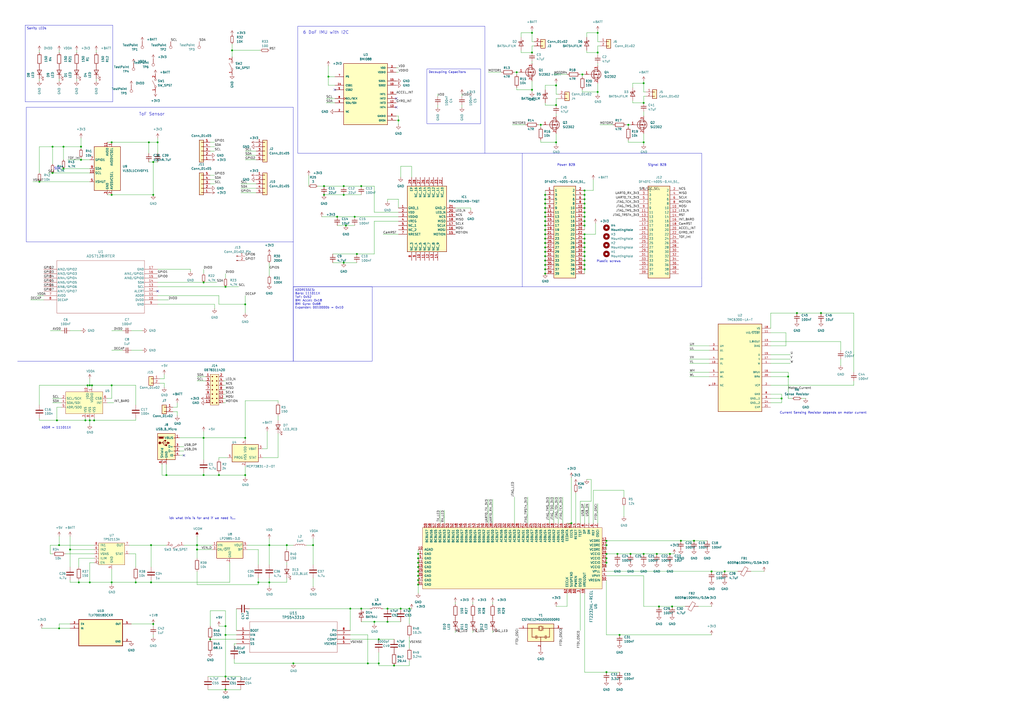
<source format=kicad_sch>
(kicad_sch (version 20250114) (generator "eeschema") (generator_version "9.0")
  (paper "A2")
  (rectangle (start 15.24 62.23) (end 170.18 140.335))
  (rectangle (start 172.72 15.24) (end 281.305 88.9))
  (text "Plastic screws\n" (at 353.06 151.638 0) (effects (font (size 1.27 1.27))))
  (text "Power B2B\n" (at 328.422 95.758 0) (effects (font (size 1.27 1.27))))
  (text "ToF Sensor" (at 80.518 66.294 0) (effects (font (size 1.778 1.778)) (justify left)))
  (text "ADDR = 111011X" (at 24.13 248.92 0) (effects (font (size 1.27 1.27)) (justify left bottom)))
  (text "6 DoF IMU with I2C\n\n" (at 175.768 20.32 0) (effects (font (size 1.778 1.778)) (justify left)))
  (text "SDA" (at 33.274 97.79 0) (effects (font (size 1.27 1.27))))
  (text "Current Sensing Resistor depends on motor current\n" (at 477.52 239.522 0) (effects (font (size 1.27 1.27))))
  (text "a" (at -51.562 45.212 0) (effects (font (size 1.27 1.27))))
  (text "idk what this is for and if we need it..." (at 117.348 300.736 0) (effects (font (size 1.27 1.27))))
  (text "Signal B2B\n" (at 381.254 95.758 0) (effects (font (size 1.27 1.27))))
  (text_box "ADDRESSES:\nBaro: 111011X\nToF: 0x52\nBMI Accel: 0x18\nBMI Gyro: 0x68\nExpander: 0010000b = 0x10" (at 170.18 166.37 0) (size 45.72 43.18) (margins 0.9525 0.9525 0.9525 0.9525) (effects (font (size 1.27 1.27)) (justify left top)))
  (text_box "Sanity LEDs\n" (at 14.605 14.605 0) (size 50.8 44.45) (margins 0.9525 0.9525 0.9525 0.9525) (effects (font (size 1.27 1.27)) (justify left top)))
  (text_box "Decoupling Capacitors" (at 247.65 40.005 0) (size 31.115 31.75) (margins 0.9525 0.9525 0.9525 0.9525) (effects (font (size 1.27 1.27)) (justify left top)))
  (junction (at 316.23 153.67))
  (junction (at 207.01 147.32))
  (junction (at 373.38 48.26))
  (junction (at 351.79 316.23))
  (junction (at 322.58 60.96))
  (junction (at 339.09 130.81))
  (junction (at 88.9 93.98))
  (junction (at 364.49 72.39))
  (junction (at 121.92 370.84))
  (junction (at 299.72 41.91))
  (junction (at 187.96 113.03))
  (junction (at 339.09 123.19))
  (junction (at 308.61 30.48))
  (junction (at 351.79 321.31))
  (junction (at 453.39 231.14))
  (junction (at 86.36 82.55))
  (junction (at 130.81 400.05))
  (junction (at 36.83 97.79))
  (junction (at 365.76 321.31))
  (junction (at 228.6 386.08))
  (junction (at 331.47 303.53))
  (junction (at 187.96 107.95))
  (junction (at 339.09 143.51))
  (junction (at 130.81 363.22))
  (junction (at 217.17 360.68))
  (junction (at 242.57 328.93))
  (junction (at 219.71 370.84))
  (junction (at 351.79 313.69))
  (junction (at 50.8 223.52))
  (junction (at 402.59 313.69))
  (junction (at 64.77 82.55))
  (junction (at 46.99 85.09))
  (junction (at 64.77 223.52))
  (junction (at 339.09 146.05))
  (junction (at 242.57 336.55))
  (junction (at 351.79 389.89))
  (junction (at 316.23 135.89))
  (junction (at 91.44 82.55))
  (junction (at 359.41 368.3))
  (junction (at 373.38 321.31))
  (junction (at 224.79 353.06))
  (junction (at 49.53 243.84))
  (junction (at 339.09 128.27))
  (junction (at 389.89 351.79))
  (junction (at 316.23 113.03))
  (junction (at 316.23 138.43))
  (junction (at 209.55 107.95))
  (junction (at 339.09 153.67))
  (junction (at 394.97 313.69))
  (junction (at 339.09 148.59))
  (junction (at 87.63 316.23))
  (junction (at 242.57 326.39))
  (junction (at 34.29 364.49))
  (junction (at 322.58 82.55))
  (junction (at 30.48 85.09))
  (junction (at 388.62 321.31))
  (junction (at 134.62 29.21))
  (junction (at 351.79 323.85))
  (junction (at 316.23 115.57))
  (junction (at 156.21 316.23))
  (junction (at 127 275.59))
  (junction (at 156.21 337.82))
  (junction (at 203.2 353.06))
  (junction (at 316.23 143.51))
  (junction (at 316.23 146.05))
  (junction (at 232.41 353.06))
  (junction (at 114.3 316.23))
  (junction (at 142.24 254))
  (junction (at 52.07 243.84))
  (junction (at 209.55 353.06))
  (junction (at 316.23 156.21))
  (junction (at 166.37 316.23))
  (junction (at 213.36 384.81))
  (junction (at 339.09 118.11))
  (junction (at 200.66 130.81))
  (junction (at 195.58 125.73))
  (junction (at 351.79 326.39))
  (junction (at 130.81 392.43))
  (junction (at 130.81 166.37))
  (junction (at 242.57 323.85))
  (junction (at 420.37 331.47))
  (junction (at 130.81 368.3))
  (junction (at 316.23 120.65))
  (junction (at 339.09 138.43))
  (junction (at 242.57 339.09))
  (junction (at 316.23 128.27))
  (junction (at 339.09 135.89))
  (junction (at 339.09 120.65))
  (junction (at 114.3 318.77))
  (junction (at 53.34 223.52))
  (junction (at 52.07 337.82))
  (junction (at 40.64 318.77))
  (junction (at 64.77 337.82))
  (junction (at 88.9 113.03))
  (junction (at 308.61 52.07))
  (junction (at 149.86 337.82))
  (junction (at 412.75 331.47))
  (junction (at 199.39 152.4))
  (junction (at 118.11 275.59))
  (junction (at 142.24 176.53))
  (junction (at 339.09 151.13))
  (junction (at 118.11 254))
  (junction (at 346.71 19.05))
  (junction (at 316.23 118.11))
  (junction (at 30.48 100.33))
  (junction (at 46.99 92.71))
  (junction (at 373.38 82.55))
  (junction (at 170.18 384.81))
  (junction (at 381 321.31))
  (junction (at 181.61 316.23))
  (junction (at 33.02 243.84))
  (junction (at 316.23 130.81))
  (junction (at 346.71 30.48))
  (junction (at 237.49 353.06))
  (junction (at 339.09 110.49))
  (junction (at 316.23 125.73))
  (junction (at 22.86 105.41))
  (junction (at 231.14 69.85))
  (junction (at 373.38 59.69))
  (junction (at 205.74 125.73))
  (junction (at 322.58 49.53))
  (junction (at 476.25 181.61))
  (junction (at 64.77 113.03))
  (junction (at 219.71 384.81))
  (junction (at 199.39 107.95))
  (junction (at 36.83 85.09))
  (junction (at 88.9 361.95))
  (junction (at 382.27 351.79))
  (junction (at 316.23 133.35))
  (junction (at 142.24 275.59))
  (junction (at 339.09 140.97))
  (junction (at 346.71 53.34))
  (junction (at 308.61 19.05))
  (junction (at 313.69 72.39))
  (junction (at 358.14 321.31))
  (junction (at 224.79 360.68))
  (junction (at 316.23 123.19))
  (junction (at 78.74 337.82))
  (junction (at 316.23 158.75))
  (junction (at 316.23 148.59))
  (junction (at 199.39 113.03))
  (junction (at 96.52 275.59))
  (junction (at 339.09 113.03))
  (junction (at 339.09 115.57))
  (junction (at 52.07 223.52))
  (junction (at 339.09 125.73))
  (junction (at 242.57 334.01))
  (junction (at 457.2 218.44))
  (junction (at 87.63 337.82))
  (junction (at 190.5 44.45))
  (junction (at 242.57 331.47))
  (junction (at 339.09 156.21))
  (junction (at 316.23 140.97))
  (junction (at 242.57 321.31))
  (junction (at 34.29 316.23))
  (junction (at 337.82 43.18))
  (junction (at 54.61 243.84))
  (junction (at 316.23 151.13))
  (junction (at 462.28 181.61))
  (junction (at 118.11 163.83))
  (junction (at 45.72 337.82))
  (no_connect (at 194.31 52.07))
  (no_connect (at 229.87 62.23))
  (no_connect (at 229.87 57.15))
  (no_connect (at 91.44 168.91))
  (no_connect (at 106.68 264.16))
  (wire (pts (xy 76.2 361.95) (xy 88.9 361.95)))
  (wire (pts (xy 130.81 363.22) (xy 130.81 368.3)))
  (wire (pts (xy 339.09 120.65) (xy 339.09 123.19)))
  (wire (pts (xy 339.09 153.67) (xy 339.09 156.21)))
  (wire (pts (xy 129.54 233.68) (xy 130.81 233.68)))
  (wire (pts (xy 313.69 73.66) (xy 313.69 72.39)))
  (wire (pts (xy 313.69 72.39) (xy 314.96 72.39)))
  (wire (pts (xy 52.07 337.82) (xy 64.77 337.82)))
  (wire (pts (xy 156.21 337.82) (xy 156.21 340.36)))
  (wire (pts (xy 340.36 30.48) (xy 346.71 30.48)))
  (wire (pts (xy 49.53 242.57) (xy 49.53 243.84)))
  (wire (pts (xy 186.69 125.73) (xy 195.58 125.73)))
  (wire (pts (xy 242.57 339.09) (xy 242.57 344.17)))
  (wire (pts (xy 149.86 339.09) (xy 149.86 337.82)))
  (wire (pts (xy 367.03 58.42) (xy 367.03 59.69)))
  (wire (pts (xy 130.81 368.3) (xy 130.81 392.43)))
  (wire (pts (xy 373.38 351.79) (xy 382.27 351.79)))
  (wire (pts (xy 40.64 361.95) (xy 34.29 361.95)))
  (wire (pts (xy 54.61 242.57) (xy 54.61 243.84)))
  (wire (pts (xy 453.39 228.6) (xy 453.39 231.14)))
  (wire (pts (xy 143.51 316.23) (xy 156.21 316.23)))
  (wire (pts (xy 316.23 133.35) (xy 316.23 130.81)))
  (wire (pts (xy 321.31 288.29) (xy 321.31 303.53)))
  (wire (pts (xy 78.74 337.82) (xy 87.63 337.82)))
  (wire (pts (xy 374.65 53.34) (xy 373.38 53.34)))
  (wire (pts (xy 351.79 321.31) (xy 358.14 321.31)))
  (wire (pts (xy 166.37 316.23) (xy 170.18 316.23)))
  (wire (pts (xy 139.7 111.76) (xy 148.59 111.76)))
  (wire (pts (xy 209.55 353.06) (xy 214.63 353.06)))
  (wire (pts (xy 22.86 85.09) (xy 30.48 85.09)))
  (wire (pts (xy 242.57 323.85) (xy 242.57 326.39)))
  (wire (pts (xy 397.51 351.79) (xy 389.89 351.79)))
  (wire (pts (xy 347.98 24.13) (xy 346.71 24.13)))
  (wire (pts (xy 87.63 336.55) (xy 87.63 337.82)))
  (wire (pts (xy 156.21 316.23) (xy 166.37 316.23)))
  (wire (pts (xy 313.69 81.28) (xy 313.69 82.55)))
  (wire (pts (xy 30.48 85.09) (xy 36.83 85.09)))
  (wire (pts (xy 104.14 254) (xy 118.11 254)))
  (wire (pts (xy 118.11 156.21) (xy 118.11 158.75)))
  (wire (pts (xy 373.38 64.77) (xy 373.38 67.31)))
  (wire (pts (xy 229.87 39.37) (xy 231.14 39.37)))
  (wire (pts (xy 217.17 128.27) (xy 217.17 147.32)))
  (wire (pts (xy 22.86 242.57) (xy 22.86 243.84)))
  (wire (pts (xy 373.38 55.88) (xy 373.38 59.69)))
  (wire (pts (xy 447.04 181.61) (xy 462.28 181.61)))
  (wire (pts (xy 308.61 24.13) (xy 308.61 19.05)))
  (wire (pts (xy 339.09 128.27) (xy 339.09 130.81)))
  (wire (pts (xy 347.98 72.39) (xy 355.6 72.39)))
  (wire (pts (xy 308.61 17.78) (xy 308.61 19.05)))
  (wire (pts (xy 135.89 373.38) (xy 137.16 373.38)))
  (wire (pts (xy 74.93 316.23) (xy 87.63 316.23)))
  (wire (pts (xy 130.81 354.33) (xy 121.92 354.33)))
  (wire (pts (xy 285.75 367.03) (xy 285.75 365.76)))
  (wire (pts (xy 190.5 44.45) (xy 190.5 49.53)))
  (wire (pts (xy 339.09 292.1) (xy 339.09 303.53)))
  (wire (pts (xy 351.79 323.85) (xy 351.79 321.31)))
  (wire (pts (xy 331.47 303.53) (xy 328.93 303.53)))
  (wire (pts (xy 339.09 148.59) (xy 339.09 151.13)))
  (wire (pts (xy 242.57 334.01) (xy 242.57 336.55)))
  (wire (pts (xy 231.14 123.19) (xy 217.17 123.19)))
  (wire (pts (xy 203.2 353.06) (xy 203.2 365.76)))
  (wire (pts (xy 45.72 336.55) (xy 45.72 337.82)))
  (wire (pts (xy 114.3 318.77) (xy 123.19 318.77)))
  (wire (pts (xy 154.94 250.19) (xy 154.94 260.35)))
  (wire (pts (xy 25.4 171.45) (xy 21.59 171.45)))
  (wire (pts (xy 339.09 110.49) (xy 339.09 113.03)))
  (wire (pts (xy 156.21 337.82) (xy 149.86 337.82)))
  (wire (pts (xy 351.79 313.69) (xy 394.97 313.69)))
  (wire (pts (xy 339.09 146.05) (xy 339.09 148.59)))
  (wire (pts (xy 170.18 384.81) (xy 135.89 384.81)))
  (wire (pts (xy 334.01 285.75) (xy 334.01 303.53)))
  (wire (pts (xy 114.3 318.77) (xy 114.3 323.85)))
  (wire (pts (xy 134.62 29.21) (xy 151.13 29.21)))
  (wire (pts (xy 339.09 389.89) (xy 351.79 389.89)))
  (wire (pts (xy 217.17 360.68) (xy 224.79 360.68)))
  (wire (pts (xy 54.61 326.39) (xy 52.07 326.39)))
  (wire (pts (xy 237.49 369.57) (xy 237.49 375.92)))
  (wire (pts (xy 205.74 130.81) (xy 200.66 130.81)))
  (wire (pts (xy 336.55 290.83) (xy 336.55 303.53)))
  (wire (pts (xy 121.92 354.33) (xy 121.92 363.22)))
  (wire (pts (xy 308.61 52.07) (xy 308.61 53.34)))
  (wire (pts (xy 114.3 331.47) (xy 114.3 339.09)))
  (wire (pts (xy 328.93 351.79) (xy 322.58 351.79)))
  (wire (pts (xy 193.04 152.4) (xy 199.39 152.4)))
  (wire (pts (xy 316.23 140.97) (xy 316.23 138.43)))
  (wire (pts (xy 299.72 50.8) (xy 299.72 52.07)))
  (wire (pts (xy 217.17 360.68) (xy 209.55 360.68)))
  (wire (pts (xy 34.29 364.49) (xy 24.13 364.49)))
  (wire (pts (xy 254 60.96) (xy 254 62.23)))
  (wire (pts (xy 231.14 120.65) (xy 231.14 115.57)))
  (wire (pts (xy 242.57 328.93) (xy 242.57 331.47)))
  (wire (pts (xy 274.32 367.03) (xy 274.32 365.76)))
  (wire (pts (xy 323.85 288.29) (xy 323.85 303.53)))
  (wire (pts (xy 93.98 275.59) (xy 96.52 275.59)))
  (wire (pts (xy 166.37 337.82) (xy 156.21 337.82)))
  (wire (pts (xy 209.55 107.95) (xy 217.17 107.95)))
  (wire (pts (xy 135.89 373.38) (xy 135.89 374.65)))
  (wire (pts (xy 114.3 311.15) (xy 114.3 316.23)))
  (wire (pts (xy 114.3 220.98) (xy 119.38 220.98)))
  (wire (pts (xy 316.23 158.75) (xy 316.23 156.21)))
  (wire (pts (xy 346.71 24.13) (xy 346.71 19.05)))
  (wire (pts (xy 118.11 250.19) (xy 118.11 254)))
  (wire (pts (xy 316.23 110.49) (xy 316.23 113.03)))
  (wire (pts (xy 36.83 85.09) (xy 46.99 85.09)))
  (wire (pts (xy 273.05 120.65) (xy 273.05 121.92)))
  (wire (pts (xy 308.61 26.67) (xy 308.61 30.48)))
  (wire (pts (xy 166.37 335.28) (xy 166.37 337.82)))
  (wire (pts (xy 64.77 113.03) (xy 62.23 113.03)))
  (wire (pts (xy 219.71 378.46) (xy 219.71 384.81)))
  (wire (pts (xy 100.33 236.22) (xy 102.87 236.22)))
  (wire (pts (xy 104.14 259.08) (xy 106.68 259.08)))
  (polyline (pts (xy 302.895 166.37) (xy 170.18 166.37)))
  (wire (pts (xy 33.02 236.22) (xy 33.02 243.84)))
  (wire (pts (xy 120.65 400.05) (xy 130.81 400.05)))
  (wire (pts (xy 114.3 316.23) (xy 123.19 316.23)))
  (wire (pts (xy 367.03 59.69) (xy 373.38 59.69)))
  (wire (pts (xy 336.55 43.18) (xy 337.82 43.18)))
  (wire (pts (xy 365.76 321.31) (xy 373.38 321.31)))
  (wire (pts (xy 207.01 147.32) (xy 217.17 147.32)))
  (wire (pts (xy 339.09 135.89) (xy 339.09 138.43)))
  (polyline (pts (xy 170.18 140.335) (xy 170.18 209.55)))
  (wire (pts (xy 40.64 191.77) (xy 46.99 191.77)))
  (wire (pts (xy 137.16 368.3) (xy 130.81 368.3)))
  (wire (pts (xy 339.09 135.89) (xy 345.44 135.89)))
  (wire (pts (xy 124.46 106.68) (xy 121.92 106.68)))
  (wire (pts (xy 316.23 146.05) (xy 316.23 143.51)))
  (wire (pts (xy 34.29 361.95) (xy 34.29 364.49)))
  (wire (pts (xy 91.44 176.53) (xy 124.46 176.53)))
  (wire (pts (xy 231.14 41.91) (xy 229.87 41.91)))
  (wire (pts (xy 242.57 336.55) (xy 242.57 339.09)))
  (wire (pts (xy 316.23 138.43) (xy 316.23 135.89)))
  (wire (pts (xy 64.77 223.52) (xy 78.74 223.52)))
  (wire (pts (xy 91.44 166.37) (xy 130.81 166.37)))
  (wire (pts (xy 322.58 57.15) (xy 323.85 57.15)))
  (wire (pts (xy 346.71 292.1) (xy 346.71 303.53)))
  (wire (pts (xy 231.14 128.27) (xy 217.17 128.27)))
  (wire (pts (xy 129.54 228.6) (xy 130.81 228.6)))
  (wire (pts (xy 179.07 101.6) (xy 179.07 107.95)))
  (wire (pts (xy 351.79 326.39) (xy 351.79 323.85)))
  (wire (pts (xy 45.72 337.82) (xy 52.07 337.82)))
  (wire (pts (xy 29.21 191.77) (xy 35.56 191.77)))
  (wire (pts (xy 92.71 222.25) (xy 95.25 222.25)))
  (wire (pts (xy 62.23 231.14) (xy 64.77 231.14)))
  (wire (pts (xy 40.64 364.49) (xy 34.29 364.49)))
  (wire (pts (xy 195.58 125.73) (xy 205.74 125.73)))
  (wire (pts (xy 166.37 316.23) (xy 166.37 318.77)))
  (wire (pts (xy 412.75 331.47) (xy 420.37 331.47)))
  (wire (pts (xy 316.23 153.67) (xy 316.23 151.13)))
  (wire (pts (xy 133.35 326.39) (xy 133.35 337.82)))
  (wire (pts (xy 213.36 384.81) (xy 170.18 384.81)))
  (wire (pts (xy 358.14 321.31) (xy 365.76 321.31)))
  (wire (pts (xy 339.09 344.17) (xy 339.09 389.89)))
  (wire (pts (xy 322.58 57.15) (xy 322.58 60.96)))
  (wire (pts (xy 298.45 41.91) (xy 299.72 41.91)))
  (wire (pts (xy 55.88 29.21) (xy 55.88 30.48)))
  (wire (pts (xy 129.54 223.52) (xy 130.81 223.52)))
  (wire (pts (xy 359.41 389.89) (xy 351.79 389.89)))
  (wire (pts (xy 405.13 351.79) (xy 412.75 351.79)))
  (wire (pts (xy 40.64 318.77) (xy 54.61 318.77)))
  (wire (pts (xy 228.6 386.08) (xy 237.49 386.08)))
  (wire (pts (xy 274.32 349.25) (xy 274.32 350.52)))
  (wire (pts (xy 30.48 95.25) (xy 30.48 85.09)))
  (wire (pts (xy 351.79 368.3) (xy 359.41 368.3)))
  (wire (pts (xy 50.8 224.79) (xy 50.8 223.52)))
  (wire (pts (xy 35.56 236.22) (xy 33.02 236.22)))
  (wire (pts (xy 400.05 215.9) (xy 411.48 215.9)))
  (wire (pts (xy 29.21 321.31) (xy 29.21 316.23)))
  (wire (pts (xy 118.11 275.59) (xy 96.52 275.59)))
  (wire (pts (xy 242.57 326.39) (xy 242.57 328.93)))
  (wire (pts (xy 351.79 316.23) (xy 351.79 313.69)))
  (wire (pts (xy 137.16 353.06) (xy 137.16 365.76)))
  (wire (pts (xy 127 363.22) (xy 130.81 363.22)))
  (wire (pts (xy 346.71 36.83) (xy 346.71 38.1)))
  (wire (pts (xy 255.27 295.91) (xy 255.27 303.53)))
  (wire (pts (xy 373.38 334.01) (xy 373.38 351.79)))
  (wire (pts (xy 132.08 265.43) (xy 127 265.43)))
  (wire (pts (xy 316.23 128.27) (xy 316.23 125.73)))
  (wire (pts (xy 316.23 118.11) (xy 316.23 115.57)))
  (wire (pts (xy 237.49 383.54) (xy 237.49 386.08)))
  (wire (pts (xy 17.78 173.99) (xy 25.4 173.99)))
  (wire (pts (xy 339.09 151.13) (xy 339.09 153.67)))
  (wire (pts (xy 264.16 367.03) (xy 264.16 365.76)))
  (wire (pts (xy 322.58 77.47) (xy 322.58 82.55)))
  (wire (pts (xy 344.17 284.48) (xy 361.95 284.48)))
  (wire (pts (xy 30.48 231.14) (xy 35.56 231.14)))
  (wire (pts (xy 306.07 288.29) (xy 306.07 303.53)))
  (wire (pts (xy 308.61 46.99) (xy 308.61 52.07)))
  (wire (pts (xy 52.07 243.84) (xy 52.07 246.38)))
  (wire (pts (xy 447.04 210.82) (xy 458.47 210.82)))
  (wire (pts (xy 129.54 226.06) (xy 130.81 226.06)))
  (wire (pts (xy 242.57 331.47) (xy 242.57 334.01)))
  (wire (pts (xy 346.71 26.67) (xy 347.98 26.67)))
  (wire (pts (xy 222.25 353.06) (xy 224.79 353.06)))
  (wire (pts (xy 64.77 113.03) (xy 88.9 113.03)))
  (wire (pts (xy 339.09 140.97) (xy 339.09 143.51)))
  (wire (pts (xy 36.83 97.79) (xy 52.07 97.79)))
  (wire (pts (xy 52.07 223.52) (xy 53.34 223.52)))
  (wire (pts (xy 464.82 231.14) (xy 467.36 231.14)))
  (wire (pts (xy 64.77 223.52) (xy 53.34 223.52)))
  (wire (pts (xy 219.71 386.08) (xy 228.6 386.08)))
  (wire (pts (xy 124.46 87.63) (xy 121.92 87.63)))
  (wire (pts (xy 217.17 361.95) (xy 217.17 360.68)))
  (wire (pts (xy 91.44 82.55) (xy 91.44 88.9)))
  (wire (pts (xy 142.24 92.71) (xy 148.59 92.71)))
  (wire (pts (xy 134.62 29.21) (xy 134.62 25.4)))
  (wire (pts (xy 495.3 215.9) (xy 495.3 181.61)))
  (wire (pts (xy 22.86 105.41) (xy 52.07 105.41)))
  (wire (pts (xy 453.39 231.14) (xy 453.39 233.68)))
  (wire (pts (xy 27.94 100.33) (xy 30.48 100.33)))
  (wire (pts (xy 97.79 173.99) (xy 91.44 173.99)))
  (wire (pts (xy 118.11 254) (xy 142.24 254)))
  (wire (pts (xy 312.42 72.39) (xy 313.69 72.39)))
  (wire (pts (xy 447.04 205.74) (xy 458.47 205.74)))
  (wire (pts (xy 52.07 326.39) (xy 52.07 337.82)))
  (wire (pts (xy 124.46 104.14) (xy 121.92 104.14)))
  (wire (pts (xy 139.7 109.22) (xy 148.59 109.22)))
  (wire (pts (xy 64.77 337.82) (xy 78.74 337.82)))
  (wire (pts (xy 100.33 238.76) (xy 102.87 238.76)))
  (wire (pts (xy 199.39 107.95) (xy 209.55 107.95)))
  (wire (pts (xy 231.14 69.85) (xy 231.14 72.39)))
  (wire (pts (xy 297.18 72.39) (xy 304.8 72.39)))
  (wire (pts (xy 339.09 138.43) (xy 339.09 140.97)))
  (wire (pts (xy 40.64 311.15) (xy 40.64 318.77)))
  (wire (pts (xy 328.93 351.79) (xy 328.93 344.17)))
  (wire (pts (xy 22.86 243.84) (xy 33.02 243.84)))
  (wire (pts (xy 455.93 200.66) (xy 455.93 193.04)))
  (wire (pts (xy 64.77 191.77) (xy 71.12 191.77)))
  (wire (pts (xy 322.58 48.26) (xy 322.58 49.53)))
  (wire (pts (xy 205.74 125.73) (xy 231.14 125.73)))
  (wire (pts (xy 340.36 19.05) (xy 340.36 21.59)))
  (wire (pts (xy 121.92 370.84) (xy 137.16 370.84)))
  (wire (pts (xy 46.99 92.71) (xy 52.07 92.71)))
  (wire (pts (xy 44.45 46.99) (xy 44.45 45.72)))
  (wire (pts (xy 130.81 166.37) (xy 138.43 166.37)))
  (wire (pts (xy 342.9 278.13) (xy 342.9 290.83)))
  (wire (pts (xy 88.9 363.22) (xy 88.9 361.95)))
  (wire (pts (xy 381 321.31) (xy 388.62 321.31)))
  (wire (pts (xy 78.74 242.57) (xy 78.74 243.84)))
  (wire (pts (xy 264.16 120.65) (xy 273.05 120.65)))
  (wire (pts (xy 127 265.43) (xy 127 266.7)))
  (wire (pts (xy 341.63 292.1) (xy 341.63 303.53)))
  (wire (pts (xy 40.64 328.93) (xy 40.64 318.77)))
  (wire (pts (xy 364.49 82.55) (xy 373.38 82.55)))
  (wire (pts (xy 190.5 49.53) (xy 194.31 49.53)))
  (wire (pts (xy 283.21 41.91) (xy 290.83 41.91)))
  (wire (pts (xy 92.71 219.71) (xy 95.25 219.71)))
  (wire (pts (xy 29.21 316.23) (xy 34.29 316.23)))
  (wire (pts (xy 331.47 276.86) (xy 331.47 303.53)))
  (wire (pts (xy 373.38 321.31) (xy 381 321.31)))
  (wire (pts (xy 373.38 77.47) (xy 373.38 82.55)))
  (wire (pts (xy 346.71 17.78) (xy 346.71 19.05)))
  (wire (pts (xy 62.23 233.68) (xy 66.04 233.68)))
  (wire (pts (xy 487.68 208.28) (xy 487.68 212.09)))
  (wire (pts (xy 339.09 118.11) (xy 339.09 120.65)))
  (wire (pts (xy 224.79 115.57) (xy 224.79 116.84)))
  (wire (pts (xy 339.09 125.73) (xy 339.09 128.27)))
  (wire (pts (xy 187.96 113.03) (xy 199.39 113.03)))
  (wire (pts (xy 346.71 26.67) (xy 346.71 30.48)))
  (wire (pts (xy 316.23 60.96) (xy 322.58 60.96)))
  (wire (pts (xy 129.54 231.14) (xy 130.81 231.14)))
  (wire (pts (xy 308.61 19.05) (xy 302.26 19.05)))
  (wire (pts (xy 52.07 243.84) (xy 54.61 243.84)))
  (wire (pts (xy 156.21 312.42) (xy 156.21 316.23)))
  (wire (pts (xy 203.2 353.06) (xy 209.55 353.06)))
  (wire (pts (xy 149.86 337.82) (xy 149.86 335.28)))
  (wire (pts (xy 232.41 96.52) (xy 232.41 102.87)))
  (wire (pts (xy 118.11 163.83) (xy 125.73 163.83)))
  (wire (pts (xy 309.88 24.13) (xy 308.61 24.13)))
  (wire (pts (xy 238.76 102.87) (xy 238.76 96.52)))
  (wire (pts (xy 302.26 19.05) (xy 302.26 21.59)))
  (wire (pts (xy 316.23 151.13) (xy 316.23 148.59)))
  (wire (pts (xy 382.27 351.79) (xy 389.89 351.79)))
  (wire (pts (xy 345.44 129.54) (xy 345.44 135.89)))
  (wire (pts (xy 87.63 316.23) (xy 96.52 316.23)))
  (wire (pts (xy 87.63 316.23) (xy 87.63 328.93)))
  (wire (pts (xy 213.36 368.3) (xy 213.36 384.81)))
  (wire (pts (xy 194.31 44.45) (xy 190.5 44.45)))
  (wire (pts (xy 264.16 349.25) (xy 264.16 350.52)))
  (wire (pts (xy 64.77 203.2) (xy 71.12 203.2)))
  (wire (pts (xy 135.89 382.27) (xy 135.89 384.81)))
  (wire (pts (xy 130.81 392.43) (xy 120.65 392.43)))
  (wire (pts (xy 400.05 218.44) (xy 411.48 218.44)))
  (wire (pts (xy 181.61 312.42) (xy 181.61 316.23)))
  (wire (pts (xy 203.2 370.84) (xy 219.71 370.84)))
  (wire (pts (xy 219.71 384.81) (xy 213.36 384.81)))
  (wire (pts (xy 149.86 318.77) (xy 143.51 318.77)))
  (wire (pts (xy 339.09 143.51) (xy 339.09 146.05)))
  (wire (pts (xy 95.25 219.71) (xy 95.25 217.17)))
  (polyline (pts (xy 281.305 88.9) (xy 407.035 88.9)))
  (polyline (pts (xy 302.895 166.37) (xy 302.895 88.9)))
  (wire (pts (xy 447.04 208.28) (xy 458.47 208.28)))
  (wire (pts (xy 313.69 82.55) (xy 322.58 82.55)))
  (wire (pts (xy 40.64 337.82) (xy 45.72 337.82)))
  (wire (pts (xy 142.24 90.17) (xy 148.59 90.17)))
  (wire (pts (xy 152.4 265.43) (xy 161.29 265.43)))
  (wire (pts (xy 457.2 218.44) (xy 457.2 231.14)))
  (wire (pts (xy 156.21 335.28) (xy 156.21 337.82)))
  (wire (pts (xy 93.98 269.24) (xy 93.98 275.59)))
  (wire (pts (xy 54.61 323.85) (xy 45.72 323.85)))
  (wire (pts (xy 181.61 327.66) (xy 181.61 316.23)))
  (wire (pts (xy 30.48 233.68) (xy 35.56 233.68)))
  (wire (pts (xy 340.36 29.21) (xy 340.36 30.48)))
  (wire (pts (xy 181.61 335.28) (xy 181.61 340.36)))
  (wire (pts (xy 453.39 233.68) (xy 447.04 233.68)))
  (wire (pts (xy 142.24 87.63) (xy 148.59 87.63)))
  (wire (pts (xy 400.05 203.2) (xy 411.48 203.2)))
  (wire (pts (xy 364.49 73.66) (xy 364.49 72.39)))
  (wire (pts (xy 118.11 275.59) (xy 127 275.59)))
  (wire (pts (xy 22.86 234.95) (xy 22.86 223.52)))
  (wire (pts (xy 219.71 386.08) (xy 219.71 384.81)))
  (wire (pts (xy 187.96 107.95) (xy 199.39 107.95)))
  (wire (pts (xy 339.09 156.21) (xy 339.09 158.75)))
  (wire (pts (xy 495.3 220.98) (xy 495.3 223.52)))
  (wire (pts (xy 337.82 53.34) (xy 346.71 53.34)))
  (wire (pts (xy 91.44 156.21) (xy 110.49 156.21)))
  (wire (pts (xy 142.24 254) (xy 142.24 232.41)))
  (wire (pts (xy 78.74 336.55) (xy 78.74 337.82)))
  (wire (pts (xy 447.04 198.12) (xy 487.68 198.12)))
  (wire (pts (xy 149.86 327.66) (xy 149.86 318.77)))
  (wire (pts (xy 45.72 323.85) (xy 45.72 328.93)))
  (wire (pts (xy 224.79 115.57) (xy 231.14 115.57)))
  (wire (pts (xy 50.8 223.52) (xy 52.07 223.52)))
  (wire (pts (xy 102.87 236.22) (xy 102.87 233.68)))
  (wire (pts (xy 134.62 33.02) (xy 134.62 29.21)))
  (wire (pts (xy 316.23 120.65) (xy 316.23 123.19)))
  (wire (pts (xy 316.23 59.69) (xy 316.23 60.96)))
  (wire (pts (xy 267.97 54.61) (xy 267.97 55.88)))
  (wire (pts (xy 339.09 113.03) (xy 339.09 115.57)))
  (wire (pts (xy 217.17 123.19) (xy 217.17 107.95)))
  (wire (pts (xy 118.11 274.32) (xy 118.11 275.59)))
  (wire (pts (xy 91.44 163.83) (xy 118.11 163.83)))
  (wire (pts (xy 38.1 321.31) (xy 54.61 321.31)))
  (wire (pts (xy 22.86 85.09) (xy 22.86 100.33)))
  (wire (pts (xy 91.44 171.45) (xy 127 171.45)))
  (wire (pts (xy 124.46 85.09) (xy 121.92 85.09)))
  (wire (pts (xy 337.82 44.45) (xy 337.82 43.18)))
  (wire (pts (xy 299.72 52.07) (xy 308.61 52.07)))
  (wire (pts (xy 457.2 231.14) (xy 459.74 231.14)))
  (wire (pts (xy 55.88 46.99) (xy 55.88 45.72)))
  (wire (pts (xy 22.86 223.52) (xy 50.8 223.52)))
  (wire (pts (xy 64.77 82.55) (xy 86.36 82.55)))
  (wire (pts (xy 88.9 93.98) (xy 88.9 113.03)))
  (wire (pts (xy 316.23 118.11) (xy 316.23 120.65)))
  (wire (pts (xy 346.71 19.05) (xy 340.36 19.05)))
  (wire (pts (xy 346.71 31.75) (xy 346.71 30.48)))
  (wire (pts (xy 344.17 104.14) (xy 344.17 110.49)))
  (wire (pts (xy 49.53 243.84) (xy 52.07 243.84)))
  (wire (pts (xy 22.86 46.99) (xy 22.86 45.72)))
  (wire (pts (xy 299.72 43.18) (xy 299.72 41.91)))
  (wire (pts (xy 142.24 275.59) (xy 142.24 276.86)))
  (wire (pts (xy 142.24 270.51) (xy 142.24 275.59)))
  (wire (pts (xy 34.29 311.15) (xy 34.29 316.23)))
  (wire (pts (xy 34.29 46.99) (xy 34.29 45.72)))
  (wire (pts (xy 142.24 232.41) (xy 161.29 232.41)))
  (wire (pts (xy 34.29 29.21) (xy 34.29 30.48)))
  (wire (pts (xy 476.25 181.61) (xy 495.3 181.61)))
  (wire (pts (xy 400.05 210.82) (xy 411.48 210.82)))
  (wire (pts (xy 130.81 354.33) (xy 130.81 363.22)))
  (wire (pts (xy 322.58 54.61) (xy 322.58 49.53)))
  (wire (pts (xy 359.41 368.3) (xy 412.75 368.3)))
  (polyline (pts (xy 407.035 88.9) (xy 407.035 161.29)))
  (wire (pts (xy 161.29 251.46) (xy 161.29 265.43)))
  (wire (pts (xy 129.54 220.98) (xy 130.81 220.98)))
  (wire (pts (xy 298.45 288.29) (xy 298.45 303.53)))
  (wire (pts (xy 400.05 208.28) (xy 411.48 208.28)))
  (wire (pts (xy 166.37 326.39) (xy 166.37 327.66)))
  (wire (pts (xy 193.04 147.32) (xy 207.01 147.32)))
  (wire (pts (xy 364.49 72.39) (xy 365.76 72.39)))
  (wire (pts (xy 361.95 293.37) (xy 361.95 299.72)))
  (wire (pts (xy 46.99 86.36) (xy 46.99 85.09)))
  (wire (pts (xy 402.59 313.69) (xy 410.21 313.69)))
  (wire (pts (xy 152.4 260.35) (xy 154.94 260.35)))
  (wire (pts (xy 200.66 130.81) (xy 195.58 130.81)))
  (wire (pts (xy 86.36 82.55) (xy 86.36 88.9)))
  (wire (pts (xy 118.11 266.7) (xy 118.11 254)))
  (wire (pts (xy 316.23 135.89) (xy 316.23 133.35)))
  (wire (pts (xy 339.09 115.57) (xy 339.09 118.11)))
  (wire (pts (xy 237.49 353.06) (xy 237.49 361.95)))
  (wire (pts (xy 224.79 353.06) (xy 232.41 353.06)))
  (wire (pts (xy 346.71 53.34) (xy 346.71 54.61)))
  (wire (pts (xy 373.38 55.88) (xy 374.65 55.88)))
  (wire (pts (xy 161.29 232.41) (xy 161.29 233.68)))
  (wire (pts (xy 181.61 316.23) (xy 177.8 316.23)))
  (wire (pts (xy 435.61 331.47) (xy 443.23 331.47)))
  (polyline (pts (xy 302.895 166.37) (xy 407.035 166.37)))
  (polyline (pts (xy 10.16 209.55) (xy 170.18 209.55)))
  (wire (pts (xy 106.68 316.23) (xy 114.3 316.23)))
  (wire (pts (xy 231.14 67.31) (xy 231.14 69.85)))
  (wire (pts (xy 363.22 72.39) (xy 364.49 72.39)))
  (wire (pts (xy 316.23 143.51) (xy 316.23 140.97)))
  (wire (pts (xy 78.74 321.31) (xy 78.74 328.93)))
  (wire (pts (xy 87.63 337.82) (xy 133.35 337.82)))
  (wire (pts (xy 373.38 46.99) (xy 373.38 48.26)))
  (wire (pts (xy 229.87 69.85) (xy 231.14 69.85)))
  (wire (pts (xy 346.71 48.26) (xy 346.71 53.34)))
  (wire (pts (xy 318.77 288.29) (xy 318.77 303.53)))
  (wire (pts (xy 351.79 318.77) (xy 351.79 316.23)))
  (wire (pts (xy 351.79 336.55) (xy 351.79 368.3)))
  (wire (pts (xy 364.49 81.28) (xy 364.49 82.55)))
  (wire (pts (xy 127 176.53) (xy 142.24 176.53)))
  (wire (pts (xy 316.23 113.03) (xy 316.23 115.57)))
  (wire (pts (xy 321.31 43.18) (xy 328.93 43.18)))
  (wire (pts (xy 142.24 254) (xy 142.24 255.27)))
  (wire (pts (xy 203.2 368.3) (xy 213.36 368.3)))
  (polyline (pts (xy 407.035 161.29) (xy 407.035 166.37)))
  (wire (pts (xy 52.07 223.52) (xy 52.07 219.71)))
  (wire (pts (xy 44.45 29.21) (xy 44.45 30.48)))
  (wire (pts (xy 238.76 96.52) (xy 232.41 96.52)))
  (wire (pts (xy 86.36 82.55) (xy 91.44 82.55)))
  (wire (pts (xy 184.15 107.95) (xy 187.96 107.95)))
  (wire (pts (xy 91.44 80.01) (xy 91.44 82.55)))
  (wire (pts (xy 34.29 316.23) (xy 54.61 316.23)))
  (wire (pts (xy 142.24 181.61) (xy 142.24 176.53)))
  (wire (pts (xy 62.23 82.55) (xy 64.77 82.55)))
  (wire (pts (xy 339.09 110.49) (xy 344.17 110.49)))
  (wire (pts (xy 361.95 288.29) (xy 361.95 284.48)))
  (wire (pts (xy 242.57 318.77) (xy 242.57 321.31)))
  (wire (pts (xy 124.46 101.6) (xy 121.92 101.6)))
  (wire (pts (xy 285.75 289.56) (xy 285.75 303.53)))
  (wire (pts (xy 254 54.61) (xy 254 55.88)))
  (wire (pts (xy 46.99 80.01) (xy 46.99 85.09)))
  (wire (pts (xy 299.72 41.91) (xy 300.99 41.91)))
  (wire (pts (xy 139.7 106.68) (xy 148.59 106.68)))
  (wire (pts (xy 189.23 59.69) (xy 194.31 59.69)))
  (wire (pts (xy 156.21 152.4) (xy 156.21 160.02)))
  (wire (pts (xy 302.26 30.48) (xy 308.61 30.48)))
  (wire (pts (xy 285.75 349.25) (xy 285.75 350.52)))
  (wire (pts (xy 54.61 243.84) (xy 78.74 243.84)))
  (wire (pts (xy 339.09 123.19) (xy 339.09 125.73)))
  (wire (pts (xy 74.93 321.31) (xy 78.74 321.31)))
  (wire (pts (xy 388.62 321.31) (xy 391.16 321.31)))
  (wire (pts (xy 127 274.32) (xy 127 275.59)))
  (wire (pts (xy 30.48 100.33) (xy 52.07 100.33)))
  (wire (pts (xy 323.85 54.61) (xy 322.58 54.61)))
  (wire (pts (xy 302.26 29.21) (xy 302.26 30.48)))
  (wire (pts (xy 339.09 130.81) (xy 339.09 133.35)))
  (wire (pts (xy 394.97 313.69) (xy 402.59 313.69)))
  (wire (pts (xy 142.24 171.45) (xy 142.24 176.53)))
  (wire (pts (xy 322.58 82.55) (xy 322.58 83.82)))
  (wire (pts (xy 189.23 57.15) (xy 194.31 57.15)))
  (wire (pts (xy 88.9 93.98) (xy 86.36 93.98)))
  (wire (pts (xy 322.58 49.53) (xy 316.23 49.53)))
  (wire (pts (xy 447.04 215.9) (xy 457.2 215.9)))
  (wire (pts (xy 52.07 242.57) (xy 52.07 243.84)))
  (wire (pts (xy 316.23 148.59) (xy 316.23 146.05)))
  (wire (pts (xy 64.77 231.14) (xy 64.77 223.52)))
  (wire (pts (xy 462.28 181.61) (xy 476.25 181.61)))
  (wire (pts (xy 124.46 82.55) (xy 121.92 82.55)))
  (wire (pts (xy 96.52 275.59) (xy 96.52 269.24)))
  (wire (pts (xy 144.78 353.06) (xy 203.2 353.06)))
  (wire (pts (xy 64.77 330.2) (xy 64.77 337.82)))
  (wire (pts (xy 447.04 231.14) (xy 453.39 231.14)))
  (wire (pts (xy 344.17 284.48) (xy 344.17 303.53)))
  (wire (pts (xy 119.38 218.44) (xy 114.3 218.44)))
  (wire (pts (xy 487.68 198.12) (xy 487.68 203.2)))
  (wire (pts (xy 351.79 331.47) (xy 412.75 331.47)))
  (wire (pts (xy 308.61 35.56) (xy 308.61 36.83)))
  (wire (pts (xy 36.83 92.71) (xy 36.83 85.09)))
  (wire (pts (xy 367.03 48.26) (xy 367.03 50.8)))
  (wire (pts (xy 110.49 156.21) (xy 110.49 157.48)))
  (wire (pts (xy 19.05 105.41) (xy 22.86 105.41)))
  (wire (pts (xy 114.3 316.23) (xy 114.3 318.77)))
  (wire (pts (xy 88.9 369.57) (xy 88.9 368.3)))
  (wire (pts (xy 46.99 92.71) (xy 46.99 91.44)))
  (wire (pts (xy 229.87 67.31) (xy 231.14 67.31)))
  (wire (pts (xy 102.87 238.76) (xy 102.87 241.3)))
  (wire (pts (xy 373.38 53.34) (xy 373.38 48.26)))
  (wire (pts (xy 219.71 370.84) (xy 228.6 370.84)))
  (wire (pts (xy 283.21 289.56) (xy 283.21 303.53)))
  (wire (pts (xy 237.49 353.06) (xy 238.76 353.06)))
  (wire (pts (xy 316.23 123.19) (xy 316.23 125.73)))
  (wire (pts (xy 33.02 97.79) (xy 36.83 97.79)))
  (wire (pts (xy 104.14 264.16) (xy 106.68 264.16)))
  (wire (pts (xy 232.41 353.06) (xy 237.49 353.06)))
  (wire (pts (xy 427.99 331.47) (xy 420.37 331.47)))
  (wire (pts (xy 224.79 360.68) (xy 232.41 360.68)))
  (wire (pts (xy 308.61 26.67) (xy 309.88 26.67)))
  (wire (pts (xy 190.5 38.1) (xy 190.5 44.45)))
  (wire (pts (xy 39.37 92.71) (xy 46.99 92.71)))
  (wire (pts (xy 400.05 200.66) (xy 411.48 200.66)))
  (wire (pts (xy 114.3 339.09) (xy 149.86 339.09)))
  (wire (pts (xy 336.55 344.17) (xy 336.55 365.76)))
  (wire (pts (xy 104.14 261.62) (xy 106.68 261.62)))
  (wire (pts (xy 337.82 52.07) (xy 337.82 53.34)))
  (wire (pts (xy 351.79 328.93) (xy 351.79 326.39)))
  (wire (pts (xy 95.25 222.25) (xy 95.25 224.79)))
  (wire (pts (xy 242.57 321.31) (xy 242.57 323.85)))
  (wire (pts (xy 342.9 290.83) (xy 336.55 290.83)))
  (wire (pts (xy 455.93 193.04) (xy 447.04 193.04)))
  (wire (pts (xy 326.39 288.29) (xy 326.39 303.53)))
  (wire (pts (xy 161.29 241.3) (xy 161.29 243.84)))
  (wire (pts (xy 76.2 191.77) (xy 82.55 191.77)))
  (wire (pts (xy 447.04 200.66) (xy 455.93 200.66)))
  (wire (pts (xy 257.81 295.91) (xy 257.81 303.53)))
  (wire (pts (xy 53.34 223.52) (xy 53.34 224.79)))
  (wire (pts (xy 139.7 392.43) (xy 130.81 392.43)))
  (wire (pts (xy 139.7 400.05) (xy 130.81 400.05)))
  (wire (pts (xy 447.04 181.61) (xy 447.04 190.5)))
  (wire (pts (xy 64.77 337.82) (xy 64.77 339.09)))
  (wire (pts (xy 316.23 156.21) (xy 316.23 153.67)))
  (wire (pts (xy 127 275.59) (xy 142.24 275.59)))
  (wire (pts (xy 156.21 316.23) (xy 156.21 327.66)))
  (wire (pts (xy 457.2 218.44) (xy 447.04 218.44)))
  (wire (pts (xy 316.23 130.81) (xy 316.23 128.27)))
  (wire (pts (xy 222.25 135.89) (xy 231.14 135.89)))
  (wire (pts (xy 78.74 223.52) (xy 78.74 234.95)))
  (wire (pts (xy 209.55 113.03) (xy 199.39 113.03)))
  (wire (pts (xy 267.97 60.96) (xy 267.97 62.23)))
  (wire (pts (xy 130.81 158.75) (xy 130.81 161.29)))
  (wire (pts (xy 33.02 243.84) (xy 49.53 243.84)))
  (wire (pts (xy 337.82 43.18) (xy 339.09 43.18)))
  (wire (pts (xy 373.38 48.26) (xy 367.03 48.26)))
  (wire (pts (xy 322.58 66.04) (xy 322.58 67.31)))
  (wire (pts (xy 447.04 223.52) (xy 495.3 223.52)))
  (wire (pts (xy 22.86 29.21) (xy 22.86 30.48)))
  (wire (pts (xy 342.9 278.13) (xy 340.36 278.13)))
  (wire (pts (xy 91.44 93.98) (xy 88.9 93.98)))
  (wire (pts (xy 316.23 49.53) (xy 316.23 52.07)))
  (wire (pts (xy 447.04 228.6) (xy 453.39 228.6)))
  (wire (pts (xy 199.39 152.4) (xy 207.01 152.4)))
  (wire (pts (xy 30.48 321.31) (xy 29.21 321.31)))
  (wire (pts (xy 351.79 334.01) (xy 373.38 334.01)))
  (wire (pts (xy 373.38 82.55) (xy 373.38 83.82)))
  (wire (pts (xy 457.2 215.9) (xy 457.2 218.44)))
  (wire (pts (xy 124.46 176.53) (xy 124.46 179.07)))
  (wire (pts (xy 76.2 203.2) (xy 82.55 203.2)))
  (wire (pts (xy 127 171.45) (xy 127 176.53)))
  (wire (pts (xy 40.64 336.55) (xy 40.64 337.82)))
  (label "FTDI_OSCI" (at 300.99 364.49 270))
  (label "JTAG_TCK_3V3" (at 370.84 118.11 180))
  (label "LED_N" (at 264.16 123.19 0))
  (label "MOTION" (at 264.16 135.89 0))
  (label "Motor_Current" (at 457.2 226.06 0))
  (label "USB_DP" (at 106.68 259.08 0))
  (label "FTDI_OSCO" (at 326.39 364.49 270))
  (label "NCS" (at 264.16 125.73 0))
  (label "TOF_Int" (at 393.7 138.43 0))
  (label "XSHUT" (at 19.05 105.41 0))
  (label "SDA" (at 115.57 24.13 0))
  (label "GPIO5" (at 25.4 163.83 0))
  (label "CamRST" (at 222.25 135.89 0))
  (label "DECAP" (at 66.04 203.2 0))
  (label "GPIO2" (at 25.4 156.21 0))
  (label "V" (at 458.47 208.28 0))
  (label "SDA" (at 124.46 85.09 0))
  (label "GPIO3" (at 25.4 158.75 0))
  (label "SCLK" (at 393.7 115.57 0))
  (label "MOTION" (at 130.81 233.68 0))
  (label "VL" (at 400.05 210.82 0))
  (label "MOSI" (at 393.7 120.65 0))
  (label "INT_BARO" (at 393.7 128.27 0))
  (label "VH" (at 400.05 208.28 0))
  (label "JTAG_LED" (at 298.45 288.29 90))
  (label "JTAG_TRSTn_3V3" (at 306.07 288.29 270))
  (label "LED_N" (at 393.7 123.19 0))
  (label "SDA" (at 114.3 218.44 0))
  (label "RX_LED" (at 264.16 367.03 0))
  (label "USB_DP" (at 339.09 292.1 270))
  (label "GPIO1" (at 91.44 158.75 0))
  (label "MOTOR3" (at 297.18 72.39 0))
  (label "GPIO3" (at 124.46 101.6 0))
  (label "VDD" (at 231.14 39.37 0))
  (label "ACCEL_INT" (at 229.87 54.61 0))
  (label "GPIO4" (at 139.7 111.76 0))
  (label "GPIO6" (at 142.24 148.59 0))
  (label "SCL" (at 30.48 231.14 0))
  (label "VDDIO" (at 231.14 41.91 0))
  (label "VDDIO" (at 267.97 55.88 0))
  (label "SCL" (at 124.46 106.68 0))
  (label "JTAG_TCK_3V3" (at 326.39 288.29 270))
  (label "SDA" (at 142.24 90.17 0))
  (label "UART0_TX_3V3" (at 283.21 289.56 270))
  (label "CamRST" (at 393.7 130.81 0))
  (label "GPIO5" (at 156.21 156.21 0))
  (label "GPIO0" (at 91.44 161.29 0))
  (label "MISO" (at 130.81 226.06 0))
  (label "JTAG_LED" (at 285.75 367.03 0))
  (label "TX_LED" (at 255.27 295.91 270))
  (label "LED_N" (at 130.81 220.98 0))
  (label "MISO" (at 264.16 128.27 0))
  (label "GPIO6" (at 25.4 166.37 0))
  (label "SDA" (at 125.73 163.83 0))
  (label "SCL" (at 138.43 166.37 0))
  (label "VSENSE" (at 237.49 373.38 0))
  (label "DVDD" (at 97.79 173.99 0))
  (label "NCS" (at 130.81 223.52 0))
  (label "SDA" (at 30.48 233.68 0))
  (label "JTAG_TMS_3V3" (at 370.84 120.65 180))
  (label "SCLK" (at 130.81 228.6 0))
  (label "SCL" (at 114.3 220.98 0))
  (label "VSENSE" (at 203.2 373.38 0))
  (label "SCL" (at 99.06 24.13 0))
  (label "SCLK" (at 264.16 130.81 0))
  (label "USB_DN" (at 106.68 261.62 0))
  (label "SDA" (at 139.7 109.22 0))
  (label "DVDD" (at 130.81 158.75 0))
  (label "UART0_RX_3V3" (at 370.84 113.03 180))
  (label "TX_LED" (at 274.32 367.03 0))
  (label "GYRO_INT" (at 229.87 59.69 0))
  (label "FTDI_OSCO" (at 336.55 365.76 270))
  (label "WL" (at 400.05 218.44 0))
  (label "GPIO1" (at 124.46 82.55 0))
  (label "DECAP" (at 142.24 171.45 0))
  (label "JTAG_TMS_3V3" (at 318.77 288.29 270))
  (label "VDD" (at 254 55.88 0))
  (label "NCS" (at 393.7 110.49 0))
  (label "GPIO4" (at 25.4 161.29 0))
  (label "GPIO7" (at 25.4 168.91 0))
  (label "JTAG_TDO_3V3" (at 321.31 288.29 270))
  (label "DECAP" (at 17.78 173.99 0))
  (label "FTDI_OSCI" (at 346.71 292.1 270))
  (label "MOTOR2" (at 347.98 72.39 0))
  (label "VEN_D" (at 116.84 318.77 0))
  (label "SCL" (at 189.23 57.15 0))
  (label "UART0_TX_3V3" (at 370.84 115.57 180))
  (label "SCL" (at 139.7 106.68 0))
  (label "MOTOR4" (at 321.31 43.18 0))
  (label "MOSI" (at 264.16 133.35 0))
  (label "GYRO_INT" (at 393.7 135.89 0))
  (label "MISO" (at 393.7 113.03 0))
  (label "SCL" (at 124.46 87.63 0))
  (label "UL" (at 400.05 203.2 0))
  (label "GPIO7" (at 142.24 151.13 0))
  (label "DVDD" (at 118.11 156.21 0))
  (label "MOTOR1" (at 283.21 41.91 0))
  (label "USB_DN" (at 341.63 292.1 270))
  (label "INT_BARO" (at 66.04 233.68 0))
  (label "RST" (at 156.21 29.21 0))
  (label "WH" (at 400.05 215.9 0))
  (label "MOSI" (at 130.81 231.14 0))
  (label "W" (at 458.47 210.82 0))
  (label "AVDD" (at 30.48 191.77 0))
  (label "RST" (at 393.7 125.73 0))
  (label "TOF_Int" (at 39.37 92.71 0))
  (label "UH" (at 400.05 200.66 0))
  (label "SCL" (at 27.94 100.33 0))
  (label "SCL" (at 142.24 87.63 0))
  (label "JTAG_TMS_3V3" (at 370.84 123.19 180))
  (label "SPI{slash}I2C_SEL" (at 370.84 110.49 0))
  (label "ACCEL_INT" (at 393.7 133.35 0))
  (label "SDA" (at 189.23 59.69 0))
  (label "MOTION" (at 393.7 118.11 0))
  (label "JTAG_TDI_3V3" (at 323.85 288.29 270))
  (label "VDDA" (at 21.59 171.45 0))
  (label "GPIO2" (at 142.24 92.71 0))
  (label "UART0_RX_3V3" (at 285.75 289.56 270))
  (label "RX_LED" (at 257.81 295.91 270))
  (label "SDA" (at 124.46 104.14 0))
  (label "U" (at 458.47 205.74 0))
  (label "JTAG_TRSTn_3V3" (at 370.84 125.73 180))
  (label "DVDD" (at 66.04 191.77 0))
  (symbol (lib_id "Device:C") (at 118.11 270.51 0) (unit 1)
    (property "Reference" "C1" (at 121.031 269.3416 0) (effects (justify left)))
    (property "Value" "4.7u" (at 121.031 271.653 0) (effects (justify left)))
    (property "Footprint" "Capacitor_SMD:C_0603_1608Metric_Pad1.08x0.95mm_HandSolder" (effects (hide yes)))
  )
  (symbol (lib_id "Device:R") (at 161.29 237.49 0) (unit 1)
    (property "Reference" "R3" (at 163.068 236.3216 0) (effects (justify left)))
    (property "Value" "150" (at 163.068 238.633 0) (effects (justify left)))
    (property "Footprint" "Resistor_SMD:R_0603_1608Metric_Pad0.98x0.95mm_HandSolder" (effects (hide yes)))
  )
  (symbol (lib_id "Connector:Conn_01x02_Pin") (at 137.16 148.59 0) (unit 1)
    (property "Reference" "J13" (at 137.795 143.51 0))
    (property "Value" "Conn_01x02_Pin" (at 137.795 146.05 0))
    (property "Description" "Generic connector, single row, 01x02, script generated" (effects (hide yes)))
  )
  (symbol (lib_id "Device:Q_NMOS_GSD") (at 370.84 72.39 0) (unit 1)
    (property "Reference" "Q2" (at 377.19 71.12 0) (effects (justify left)))
    (property "Value" "SI2302" (at 377.19 73.66 0) (effects (justify left)))
    (property "Footprint" "Package_TO_SOT_SMD:SOT-23" (effects (hide yes)))
  )
  (symbol (lib_id "power:GND") (at 358.14 326.39 0) (unit 1)
    (property "Reference" "#PWR088" (effects (hide yes)))
    (property "Value" "GND" (at 358.14 331.47 0))
    (property "Description" "Power symbol creates a global label with name \"GND\" , ground" (effects (hide yes)))
  )
  (symbol (lib_id "Device:C_Small") (at 308.61 33.02 0) (unit 1)
    (property "Reference" "C3" (at 311.15 31.7562 0) (effects (justify left)))
    (property "Value" "47uF" (at 311.15 34.2962 0) (effects (justify left)))
    (property "Description" "Unpolarized capacitor, small symbol" (effects (hide yes)))
  )
  (symbol (lib_id "Connector_Generic:Conn_01x05") (at 116.84 106.68 180) (unit 1)
    (property "Reference" "J11" (at 116.84 95.25 0))
    (property "Value" "Conn_01x05" (at 116.84 97.79 0))
    (property "Description" "Generic connector, single row, 01x05, script generated (kicad-library-utils/schlib/autogen/connector/)" (effects (hide yes)))
  )
  (symbol (lib_id "power:GND") (at 410.21 318.77 0) (unit 1)
    (property "Reference" "#PWR083" (effects (hide yes)))
    (property "Value" "GND" (at 410.21 323.85 0))
    (property "Description" "Power symbol creates a global label with name \"GND\" , ground" (effects (hide yes)))
  )
  (symbol (lib_id "power:GND") (at 44.45 46.99 0) (unit 1)
    (property "Reference" "#PWR05" (effects (hide yes)))
    (property "Value" "GND" (at 44.4501 50.8 90) (effects (justify right)))
    (property "Description" "Power symbol creates a global label with name \"GND\" , ground" (effects (hide yes)))
  )
  (symbol (lib_id "Device:C_Small") (at 365.76 323.85 0) (unit 1)
    (property "Reference" "C25" (at 368.3 322.5862 0) (effects (justify left)))
    (property "Value" "100nF" (effects (hide yes)))
    (property "Description" "Unpolarized capacitor, small symbol" (effects (hide yes)))
  )
  (symbol (lib_id "power:VDDA") (at 52.07 219.71 0) (unit 1)
    (property "Reference" "#PWR077" (effects (hide yes)))
    (property "Value" "VDDA" (at 52.5018 215.3158 0))
  )
  (symbol (lib_id "power:GND") (at 148.59 104.14 270) (unit 1)
    (property "Reference" "#PWR065" (effects (hide yes)))
    (property "Value" "GND" (at 144.78 104.1399 90) (effects (justify right)))
    (property "Description" "Power symbol creates a global label with name \"GND\" , ground" (effects (hide yes)))
  )
  (symbol (lib_id "Device:R") (at 34.29 34.29 0) (unit 1)
    (property "Reference" "R21" (at 40.64 34.29 90))
    (property "Value" "150" (at 38.1 34.29 90))
    (property "Footprint" "Resistor_SMD:R_0603_1608Metric" (effects (hide yes)))
    (property "Description" "Resistor" (effects (hide yes)))
  )
  (symbol (lib_id "Device:R_Small") (at 361.95 290.83 0) (unit 1)
    (property "Reference" "R5" (at 364.49 289.5599 0) (effects (justify left)))
    (property "Value" "12k" (at 364.49 292.0999 0) (effects (justify left)))
    (property "Description" "Resistor, small symbol" (effects (hide yes)))
  )
  (symbol (lib_id "Device:R") (at 44.45 34.29 0) (unit 1)
    (property "Reference" "R1" (at 50.8 34.29 90))
    (property "Value" "150" (at 48.26 34.29 90))
    (property "Footprint" "Resistor_SMD:R_0603_1608Metric" (effects (hide yes)))
    (property "Description" "Resistor" (effects (hide yes)))
  )
  (symbol (lib_id "Device:R") (at 264.16 354.33 0) (unit 1)
    (property "Reference" "R27" (at 270.51 354.33 90))
    (property "Value" "150" (at 267.97 354.33 90))
    (property "Footprint" "Resistor_SMD:R_0603_1608Metric" (effects (hide yes)))
    (property "Description" "Resistor" (effects (hide yes)))
  )
  (symbol (lib_id "Device:C_Small") (at 207.01 149.86 0) (unit 1)
    (property "Reference" "C10" (at 209.55 148.5962 0) (effects (justify left)))
    (property "Value" "100nF" (at 209.55 151.1362 0) (effects (justify left)))
    (property "Description" "Unpolarized capacitor, small symbol" (effects (hide yes)))
  )
  (symbol (lib_id "Device:C") (at 224.79 356.87 180) (unit 1)
    (property "Reference" "C52" (at 231.14 356.87 0) (effects (justify left)))
    (property "Value" "47uF" (at 231.14 354.33 0) (effects (justify left)))
    (property "Footprint" "Capacitor_SMD:C_0603_1608Metric_Pad1.08x0.95mm_HandSolder" (effects (hide yes)))
  )
  (symbol (lib_id "Device:C_Small") (at 38.1 191.77 90) (unit 1)
    (property "Reference" "C6" (at 38.1063 185.42 90))
    (property "Value" "100nF" (at 38.1063 187.96 90))
    (property "Footprint" "Capacitor_SMD:C_0603_1608Metric" (effects (hide yes)))
    (property "Description" "Unpolarized capacitor, small symbol" (effects (hide yes)))
  )
  (symbol (lib_id "Connector:TestPoint") (at 99.06 24.13 180) (unit 1)
    (property "Reference" "TP2" (at 96.52 28.7021 0) (effects (justify left)))
    (property "Value" "TestPoint" (at 96.52 26.1621 0) (effects (justify left)))
    (property "Description" "test point" (effects (hide yes)))
  )
  (symbol (lib_id "Device:FerriteBead") (at 431.8 331.47 90) (unit 1)
    (property "Reference" "FB1" (at 431.7492 323.85 90))
    (property "Value" "600R@100MHz/0.5A" (at 431.7492 326.39 90))
    (property "Description" "Ferrite bead" (effects (hide yes)))
  )
  (symbol (lib_id "power:+3V3") (at 156.21 147.32 0) (unit 1)
    (property "Reference" "#PWR0103" (effects (hide yes)))
    (property "Value" "+3V3" (at 156.21 142.24 0))
    (property "Description" "Power symbol creates a global label with name \"+3V3\"" (effects (hide yes)))
  )
  (symbol (lib_id "power:GND") (at 316.23 158.75 0) (unit 1)
    (property "Reference" "#PWR067" (effects (hide yes)))
    (property "Value" "GND" (at 316.357 163.1442 0))
  )
  (symbol (lib_id "Mechanical:MountingHole") (at 351.79 142.24 0) (unit 1) (exclude_from_sim yes) (in_bom no)
    (property "Reference" "H2" (at 354.33 140.9699 0) (effects (justify left)))
    (property "Value" "MountingHole" (at 354.33 143.5099 0) (effects (justify left)))
    (property "Footprint" "MountingHole:MountingHole_2.2mm_M2" (effects (hide yes)))
    (property "Description" "Mounting Hole without connection" (effects (hide yes)))
  )
  (symbol (lib_id "Connector_Generic:Conn_01x02") (at 353.06 24.13 0) (unit 1)
    (property "Reference" "J6" (at 355.6 24.13 0) (effects (justify left)))
    (property "Value" "Conn_01x02" (at 356.616 26.67 0) (effects (justify left)))
    (property "Footprint" "Connector_Molex:Molex_PicoBlade_53048-0210_1x02_P1.25mm_Horizontal" (effects (hide yes)))
  )
  (symbol (lib_id "Diode:BAT54J") (at 316.23 55.88 270) (unit 1)
    (property "Reference" "D5" (at 311.15 54.61 90) (effects (justify left)))
    (property "Value" "BAT54JFILM" (at 302.26 57.15 90) (effects (justify left)))
    (property "Footprint" "Diode_SMD:D_SOD-323_HandSoldering" (effects (hide yes)))
    (property "Datasheet" "https://www.digikey.com/en/products/detail/stmicroelectronics/BAT54JFILM/1037673" (effects (hide yes)))
  )
  (symbol (lib_id "power:GND") (at 382.27 356.87 0) (unit 1)
    (property "Reference" "#PWR093" (effects (hide yes)))
    (property "Value" "GND" (at 382.27 361.95 0))
    (property "Description" "Power symbol creates a global label with name \"GND\" , ground" (effects (hide yes)))
  )
  (symbol (lib_id "power:+3V3") (at 412.75 368.3 0) (unit 1)
    (property "Reference" "#PWR097" (effects (hide yes)))
    (property "Value" "+3V3" (at 412.75 363.22 0))
    (property "Description" "Power symbol creates a global label with name \"+3V3\"" (effects (hide yes)))
  )
  (symbol (lib_id "power:GND") (at 102.87 241.3 0) (unit 1)
    (property "Reference" "#PWR029" (effects (hide yes)))
    (property "Value" "GND" (at 102.997 245.6942 0))
  )
  (symbol (lib_id "Device:C_Small") (at 199.39 110.49 0) (unit 1)
    (property "Reference" "C12" (at 201.93 109.2262 0) (effects (justify left)))
    (property "Value" "22uF" (at 201.93 111.7662 0) (effects (justify left)))
    (property "Description" "Unpolarized capacitor, small symbol" (effects (hide yes)))
  )
  (symbol (lib_id "riskybird:BMP390") (at 52.07 231.14 0) (unit 1)
    (property "Reference" "U5" (at 62.23 226.7519 0))
    (property "Value" "~" (at 52.07 231.14 0))
    (property "Footprint" "riskybird:BMP390_Handsolder" (effects (hide yes)))
  )
  (symbol (lib_id "Device:C_Small") (at 91.44 91.44 0) (unit 1)
    (property "Reference" "C39" (at 93.98 90.1762 0) (effects (justify left)))
    (property "Value" "4.7uF" (at 93.98 92.7162 0) (effects (justify left)))
    (property "Description" "Unpolarized capacitor, small symbol" (effects (hide yes)))
  )
  (symbol (lib_id "Device:FerriteBead") (at 401.32 351.79 90) (unit 1)
    (property "Reference" "FB2" (at 401.2692 344.17 90))
    (property "Value" "600R@100MHz/0.5A" (at 401.2692 346.71 90))
    (property "Description" "Ferrite bead" (effects (hide yes)))
  )
  (symbol (lib_id "Device:R") (at 121.92 367.03 0) (unit 1)
    (property "Reference" "R46" (at 123.698 365.8616 0) (effects (justify left)))
    (property "Value" "332k" (at 123.698 368.173 0) (effects (justify left)))
    (property "Footprint" "Resistor_SMD:R_0603_1608Metric_Pad0.98x0.95mm_HandSolder" (effects (hide yes)))
  )
  (symbol (lib_id "Device:R") (at 237.49 365.76 0) (unit 1)
    (property "Reference" "R48" (at 239.268 364.5916 0) (effects (justify left)))
    (property "Value" "10.2k" (at 239.268 366.903 0) (effects (justify left)))
    (property "Footprint" "Resistor_SMD:R_0603_1608Metric_Pad0.98x0.95mm_HandSolder" (effects (hide yes)))
  )
  (symbol (lib_id "power:+BATT") (at 40.64 311.15 0) (unit 1)
    (property "Reference" "#PWR0117" (effects (hide yes)))
    (property "Value" "+BATT" (at 40.64 306.07 0))
  )
  (symbol (lib_id "Connector:TestPoint") (at 115.57 24.13 180) (unit 1)
    (property "Reference" "TP3" (at 113.03 28.7021 0) (effects (justify left)))
    (property "Value" "TestPoint" (at 113.03 26.1621 0) (effects (justify left)))
    (property "Description" "test point" (effects (hide yes)))
  )
  (symbol (lib_id "power:GND") (at 229.87 49.53 90) (unit 1)
    (property "Reference" "#PWR043" (effects (hide yes)))
    (property "Value" "GND" (at 233.68 49.5299 90) (effects (justify right)))
    (property "Description" "Power symbol creates a global label with name \"GND\" , ground" (effects (hide yes)))
  )
  (symbol (lib_id "Device:R") (at 45.72 332.74 0) (unit 1)
    (property "Reference" "R37" (at 47.498 331.5716 0) (effects (justify left)))
    (property "Value" "150" (at 47.498 333.883 0) (effects (justify left)))
    (property "Footprint" "Resistor_SMD:R_0603_1608Metric_Pad0.98x0.95mm_HandSolder" (effects (hide yes)))
  )
  (symbol (lib_id "Device:R_Small") (at 36.83 95.25 0) (unit 1)
    (property "Reference" "R43" (at 39.37 93.9799 0) (effects (justify left)))
    (property "Value" "4.7K" (at 39.37 96.5199 0) (effects (justify left)))
    (property "Description" "Resistor, small symbol" (effects (hide yes)))
  )
  (symbol (lib_id "power:+BATT") (at 308.61 17.78 0) (unit 1)
    (property "Reference" "#PWR014" (effects (hide yes)))
    (property "Value" "+BATT" (at 308.61 12.7 0))
  )
  (symbol (lib_id "DF40TC-40DS-0_4V_51_:DF40TC-40DS-0.4V_51_") (at 316.23 110.49 0) (unit 1)
    (property "Reference" "J1" (at 327.66 102.87 0))
    (property "Value" "DF40TC-40DS-0.4V_51_" (at 327.66 105.41 0))
    (property "Footprint" "DF40TC40DS04V51" (effects (hide yes)))
    (property "Datasheet" "DF40TC-40DS-0.4V(51)(PDF)" (effects (hide yes)))
    (property "Description" "40 Position Connector Receptacle, Center Strip Contacts Surface Mount Gold" (effects (hide yes)))
    (property "Height" "1.65" (effects (hide yes)))
    (property "Manufacturer_Name" "Hirose" (effects (hide yes)))
    (property "Manufacturer_Part_Number" "DF40TC-40DS-0.4V(51)" (effects (hide yes)))
    (property "Mouser Part Number" "798-DF40TC40DS04V51" (effects (hide yes)))
    (property "Mouser Price/Stock" "https://www.mouser.co.uk/ProductDetail/Hirose-Connector/DF40TC-40DS-0.4V51?qs=vmHwEFxEFR80pJ9dTlVGkw%3D%3D" (effects (hide yes)))
  )
  (symbol (lib_id "ADS7128:ADS7128IRTER") (at 25.4 156.21 0) (unit 1)
    (property "Reference" "U1" (at 58.42 146.05 0) (effects (font (size 1.524 1.524))))
    (property "Value" "ADS7128IRTER" (at 58.42 148.59 0) (effects (font (size 1.524 1.524))))
    (property "Footprint" "WQFN16_RTE_TEX" (effects (hide yes)))
    (property "Datasheet" "https://www.ti.com/lit/gpn/ads7128" (effects (hide yes)))
  )
  (symbol (lib_id "Device:C_Small") (at 412.75 334.01 0) (unit 1)
    (property "Reference" "C27" (at 415.29 332.7462 0) (effects (justify left)))
    (property "Value" "100nF" (at 415.29 335.2862 0) (effects (justify left)))
    (property "Description" "Unpolarized capacitor, small symbol" (effects (hide yes)))
  )
  (symbol (lib_id "power:GND") (at 22.86 46.99 0) (unit 1)
    (property "Reference" "#PWR08" (effects (hide yes)))
    (property "Value" "GND" (at 22.8601 50.8 90) (effects (justify right)))
    (property "Description" "Power symbol creates a global label with name \"GND\" , ground" (effects (hide yes)))
  )
  (symbol (lib_id "Connector_Generic:Conn_01x02") (at 328.93 57.15 0) (mirror x) (unit 1)
    (property "Reference" "J4" (at 331.47 57.15 0) (effects (justify left)))
    (property "Value" "Conn_01x02" (at 331.47 54.61 0) (effects (justify left)))
    (property "Footprint" "Connector_Molex:Molex_PicoBlade_53048-0210_1x02_P1.25mm_Horizontal" (effects (hide yes)))
  )
  (symbol (lib_id "power:+3V3") (at 334.01 280.67 0) (unit 1)
    (property "Reference" "#PWR079" (effects (hide yes)))
    (property "Value" "+3V3" (at 334.01 275.59 0))
    (property "Description" "Power symbol creates a global label with name \"+3V3\"" (effects (hide yes)))
  )
  (symbol (lib_id "power:+3V3") (at 391.16 321.31 0) (unit 1)
    (property "Reference" "#PWR084" (effects (hide yes)))
    (property "Value" "+3V3" (at 391.16 316.23 0))
    (property "Description" "Power symbol creates a global label with name \"+3V3\"" (effects (hide yes)))
  )
  (symbol (lib_id "power:GND") (at 121.92 90.17 90) (unit 1)
    (property "Reference" "#PWR063" (effects (hide yes)))
    (property "Value" "GND" (at 125.73 90.1699 90) (effects (justify right)))
    (property "Description" "Power symbol creates a global label with name \"GND\" , ground" (effects (hide yes)))
  )
  (symbol (lib_id "power:GND") (at 487.68 212.09 0) (unit 1)
    (property "Reference" "#PWR021" (effects (hide yes)))
    (property "Value" "GND" (at 487.68 217.17 0))
    (property "Description" "Power symbol creates a global label with name \"GND\" , ground" (effects (hide yes)))
  )
  (symbol (lib_id "power:GND") (at 231.14 72.39 0) (unit 1)
    (property "Reference" "#PWR022" (effects (hide yes)))
    (property "Value" "GND" (at 231.14 77.47 0))
    (property "Description" "Power symbol creates a global label with name \"GND\" , ground" (effects (hide yes)))
  )
  (symbol (lib_id "Device:LED") (at 166.37 331.47 90) (unit 1)
    (property "Reference" "D13" (at 169.3418 330.4794 90) (effects (justify right)))
    (property "Value" "LED_BLUE" (at 169.3418 332.7908 90) (effects (justify right)))
    (property "Footprint" "LED_SMD:LED_0805_2012Metric_Pad1.15x1.40mm_HandSolder" (effects (hide yes)))
  )
  (symbol (lib_id "Device:C_Small") (at 254 58.42 0) (unit 1)
    (property "Reference" "C4" (at 261.62 58.42 90))
    (property "Value" "100nF" (at 259.08 58.42 90))
    (property "Footprint" "Capacitor_SMD:C_0603_1608Metric" (effects (hide yes)))
    (property "Description" "Unpolarized capacitor, small symbol" (effects (hide yes)))
  )
  (symbol (lib_id "Device:LED") (at 161.29 247.65 90) (unit 1)
    (property "Reference" "D7" (at 164.2618 246.6594 90) (effects (justify right)))
    (property "Value" "LED_RED" (at 164.2618 248.9708 90) (effects (justify right)))
    (property "Footprint" "LED_SMD:LED_0805_2012Metric_Pad1.15x1.40mm_HandSolder" (effects (hide yes)))
  )
  (symbol (lib_id "Device:R_Small") (at 156.21 149.86 0) (unit 1)
    (property "Reference" "R30" (at 158.75 148.5899 0) (effects (justify left)))
    (property "Value" "200K" (at 158.75 151.1299 0) (effects (justify left)))
    (property "Footprint" "Resistor_SMD:R_0603_1608Metric" (effects (hide yes)))
    (property "Description" "Resistor, small symbol" (effects (hide yes)))
  )
  (symbol (lib_id "power:GND") (at 82.55 191.77 90) (unit 1)
    (property "Reference" "#PWR057" (effects (hide yes)))
    (property "Value" "GND" (at 86.36 191.7699 90) (effects (justify right)))
    (property "Description" "Power symbol creates a global label with name \"GND\" , ground" (effects (hide yes)))
  )
  (symbol (lib_id "Device:R") (at 332.74 43.18 90) (unit 1)
    (property "Reference" "R18" (at 334.01 40.64 90) (effects (justify left)))
    (property "Value" "47R" (at 334.01 45.72 90) (effects (justify left)))
    (property "Footprint" "Resistor_SMD:R_0603_1608Metric_Pad0.98x0.95mm_HandSolder" (effects (hide yes)))
  )
  (symbol (lib_id "Device:C_Small") (at 351.79 392.43 0) (unit 1)
    (property "Reference" "C32" (at 354.33 391.1662 0) (effects (justify left)))
    (property "Value" "3.3uF" (at 354.33 393.7062 0) (effects (justify left)))
    (property "Description" "Unpolarized capacitor, small symbol" (effects (hide yes)))
  )
  (symbol (lib_id "power:+3V3") (at 91.44 80.01 0) (unit 1)
    (property "Reference" "#PWR0127" (effects (hide yes)))
    (property "Value" "+3V3" (at 91.44 74.93 0))
    (property "Description" "Power symbol creates a global label with name \"+3V3\"" (effects (hide yes)))
  )
  (symbol (lib_id "Device:C_Small") (at 373.38 62.23 0) (unit 1)
    (property "Reference" "C41" (at 375.92 60.9662 0) (effects (justify left)))
    (property "Value" "47uF" (at 375.92 63.5062 0) (effects (justify left)))
    (property "Description" "Unpolarized capacitor, small symbol" (effects (hide yes)))
  )
  (symbol (lib_id "Device:C_Small") (at 322.58 63.5 0) (unit 1)
    (property "Reference" "C40" (at 325.12 62.2362 0) (effects (justify left)))
    (property "Value" "47uF" (at 325.12 64.7762 0) (effects (justify left)))
    (property "Description" "Unpolarized capacitor, small symbol" (effects (hide yes)))
  )
  (symbol (lib_id "Device:C_Small") (at 73.66 191.77 90) (unit 1)
    (property "Reference" "C7" (at 73.6663 185.42 90))
    (property "Value" "100nF" (at 73.6663 187.96 90))
    (property "Footprint" "Capacitor_SMD:C_0603_1608Metric" (effects (hide yes)))
    (property "Description" "Unpolarized capacitor, small symbol" (effects (hide yes)))
  )
  (symbol (lib_id "Diode:BAT54J") (at 209.55 356.87 270) (unit 1)
    (property "Reference" "D14" (at 212.09 355.2824 90) (effects (justify left)))
    (property "Value" "BAT54J" (at 212.09 357.8224 90) (effects (justify left)))
    (property "Footprint" "Diode_SMD:D_SOD-323F" (effects (hide yes)))
    (property "Datasheet" "https://assets.nexperia.com/documents/data-sheet/BAT54J.pdf" (effects (hide yes)))
    (property "Description" "30V 200mA Schottky diode, SOD-323F" (effects (hide yes)))
  )
  (symbol (lib_id "Device:R") (at 55.88 34.29 0) (unit 1)
    (property "Reference" "R12" (at 62.23 34.29 90))
    (property "Value" "150" (at 59.69 34.29 90))
    (property "Footprint" "Resistor_SMD:R_0603_1608Metric" (effects (hide yes)))
    (property "Description" "Resistor" (effects (hide yes)))
  )
  (symbol (lib_id "power:GND") (at 156.21 165.1 0) (unit 1)
    (property "Reference" "#PWR054" (effects (hide yes)))
    (property "Value" "GND" (at 156.21 170.18 0))
    (property "Description" "Power symbol creates a global label with name \"GND\" , ground" (effects (hide yes)))
  )
  (symbol (lib_id "power:GND") (at 95.25 224.79 0) (unit 1)
    (property "Reference" "#PWR031" (effects (hide yes)))
    (property "Value" "GND" (at 95.377 229.1842 0))
  )
  (symbol (lib_id "power:+3V3") (at 179.07 101.6 0) (unit 1)
    (property "Reference" "#PWR073" (effects (hide yes)))
    (property "Value" "+3V3" (at 181.61 100.3299 0) (effects (justify left)))
    (property "Description" "Power symbol creates a global label with name \"+3V3\"" (effects (hide yes)))
  )
  (symbol (lib_id "Device:Q_NMOS_GSD") (at 344.17 43.18 0) (unit 1)
    (property "Reference" "Q4" (at 350.52 41.91 0) (effects (justify left)))
    (property "Value" "SI2302" (at 350.52 44.45 0) (effects (justify left)))
    (property "Footprint" "Package_TO_SOT_SMD:SOT-23" (effects (hide yes)))
  )
  (symbol (lib_id "power:GND") (at 359.41 373.38 0) (unit 1)
    (property "Reference" "#PWR096" (effects (hide yes)))
    (property "Value" "GND" (at 359.41 378.46 0))
    (property "Description" "Power symbol creates a global label with name \"GND\" , ground" (effects (hide yes)))
  )
  (symbol (lib_id "Device:R_Small") (at 118.11 161.29 0) (unit 1)
    (property "Reference" "R22" (at 120.65 160.0199 0) (effects (justify left)))
    (property "Value" "4.7K" (at 120.65 162.5599 0) (effects (justify left)))
    (property "Footprint" "Resistor_SMD:R_0603_1608Metric" (effects (hide yes)))
    (property "Description" "Resistor, small symbol" (effects (hide yes)))
  )
  (symbol (lib_id "Switch:SW_SPST") (at 134.62 38.1 90) (unit 1)
    (property "Reference" "SW2" (at 136.525 36.8299 90) (effects (justify right)))
    (property "Value" "SW_SPST" (at 136.525 39.3699 90) (effects (justify right)))
    (property "Description" "Single Pole Single Throw (SPST) switch" (effects (hide yes)))
  )
  (symbol (lib_id "Connector_Generic:Conn_01x02") (at 314.96 26.67 0) (mirror x) (unit 1)
    (property "Reference" "J3" (at 317.5 26.67 0) (effects (justify left)))
    (property "Value" "Conn_01x02" (at 317.5 24.13 0) (effects (justify left)))
    (property "Footprint" "Connector_Molex:Molex_PicoBlade_53048-0210_1x02_P1.25mm_Horizontal" (effects (hide yes)))
  )
  (symbol (lib_id "power:+3V3") (at 121.92 111.76 270) (unit 1)
    (property "Reference" "#PWR060" (effects (hide yes)))
    (property "Value" "+3V3" (at 125.73 111.7599 90) (effects (justify left)))
    (property "Description" "Power symbol creates a global label with name \"+3V3\"" (effects (hide yes)))
  )
  (symbol (lib_id "Device:C_Small") (at 267.97 58.42 0) (unit 1)
    (property "Reference" "C5" (at 275.59 58.42 90))
    (property "Value" "100nF" (at 273.05 58.42 90))
    (property "Footprint" "Capacitor_SMD:C_0603_1608Metric" (effects (hide yes)))
    (property "Description" "Unpolarized capacitor, small symbol" (effects (hide yes)))
  )
  (symbol (lib_id "Device:R") (at 359.41 72.39 90) (unit 1)
    (property "Reference" "R17" (at 360.68 69.85 90) (effects (justify left)))
    (property "Value" "47R" (at 360.68 74.93 90) (effects (justify left)))
    (property "Footprint" "Resistor_SMD:R_0603_1608Metric_Pad0.98x0.95mm_HandSolder" (effects (hide yes)))
  )
  (symbol (lib_id "Connector:USB_B_Micro") (at 96.52 259.08 0) (unit 1)
    (property "Reference" "J8" (at 96.52 246.38 0))
    (property "Value" "USB_B_Micro" (at 96.52 248.92 0))
    (property "Footprint" "Connector_USB:USB_Micro-B_Molex_47346-0001" (effects (hide yes)))
  )
  (symbol (lib_id "Device:R") (at 299.72 46.99 0) (unit 1)
    (property "Reference" "R15" (at 301.498 45.8216 0) (effects (justify left)))
    (property "Value" "10k" (at 301.498 48.133 0) (effects (justify left)))
    (property "Footprint" "Resistor_SMD:R_0603_1608Metric_Pad0.98x0.95mm_HandSolder" (effects (hide yes)))
  )
  (symbol (lib_id "power:+3V3") (at 264.16 349.25 0) (unit 1)
    (property "Reference" "#PWR0100" (effects (hide yes)))
    (property "Value" "+3V3" (at 266.7 347.9799 0) (effects (justify left)))
    (property "Description" "Power symbol creates a global label with name \"+3V3\"" (effects (hide yes)))
  )
  (symbol (lib_id "Device:LED") (at 264.16 361.95 90) (unit 1)
    (property "Reference" "D10" (at 257.81 363.5375 0))
    (property "Value" "LED" (at 260.35 363.5375 0))
    (property "Footprint" "LED_SMD:LED_0603_1608Metric" (effects (hide yes)))
    (property "Description" "Light emitting diode" (effects (hide yes)))
    (property "Sim.Pins" "1=K 2=A" (effects (hide yes)))
  )
  (symbol (lib_id "power:+3V3") (at 134.62 20.32 0) (unit 1)
    (property "Reference" "#PWR0108" (effects (hide yes)))
    (property "Value" "+3V3" (at 137.16 19.0499 0) (effects (justify left)))
    (property "Description" "Power symbol creates a global label with name \"+3V3\"" (effects (hide yes)))
  )
  (symbol (lib_id "power:GND") (at 232.41 102.87 0) (unit 1)
    (property "Reference" "#PWR076" (effects (hide yes)))
    (property "Value" "GND" (at 232.41 107.95 0))
    (property "Description" "Power symbol creates a global label with name \"GND\" , ground" (effects (hide yes)))
  )
  (symbol (lib_id "power:GND") (at 267.97 62.23 0) (unit 1)
    (property "Reference" "#PWR040" (effects (hide yes)))
    (property "Value" "GND" (at 267.9701 66.04 90) (effects (justify right)))
    (property "Description" "Power symbol creates a global label with name \"GND\" , ground" (effects (hide yes)))
  )
  (symbol (lib_id "power:GND") (at 142.24 181.61 0) (unit 1)
    (property "Reference" "#PWR0130" (effects (hide yes)))
    (property "Value" "GND" (at 142.24 186.69 0))
    (property "Description" "Power symbol creates a global label with name \"GND\" , ground" (effects (hide yes)))
  )
  (symbol (lib_id "power:GND") (at 121.92 109.22 90) (unit 1)
    (property "Reference" "#PWR064" (effects (hide yes)))
    (property "Value" "GND" (at 125.73 109.2199 90) (effects (justify right)))
    (property "Description" "Power symbol creates a global label with name \"GND\" , ground" (effects (hide yes)))
  )
  (symbol (lib_id "power:GND") (at 82.55 203.2 90) (unit 1)
    (property "Reference" "#PWR059" (effects (hide yes)))
    (property "Value" "GND" (at 86.36 203.1999 90) (effects (justify right)))
    (property "Description" "Power symbol creates a global label with name \"GND\" , ground" (effects (hide yes)))
  )
  (symbol (lib_id "power:+3V3") (at 267.97 54.61 0) (unit 1)
    (property "Reference" "#PWR039" (effects (hide yes)))
    (property "Value" "+3V3" (at 270.51 53.3399 0) (effects (justify left)))
    (property "Description" "Power symbol creates a global label with name \"+3V3\"" (effects (hide yes)))
  )
  (symbol (lib_id "power:+3V3") (at 55.88 29.21 0) (unit 1)
    (property "Reference" "#PWR044" (effects (hide yes)))
    (property "Value" "+BATT" (at 58.42 27.9399 0) (effects (justify left)))
    (property "Description" "Power symbol creates a global label with name \"+3V3\"" (effects (hide yes)))
  )
  (symbol (lib_id "Device:Q_NMOS_GSD") (at 306.07 41.91 0) (unit 1)
    (property "Reference" "Q1" (at 312.42 40.64 0) (effects (justify left)))
    (property "Value" "SI2302" (at 312.42 43.18 0) (effects (justify left)))
    (property "Footprint" "Package_TO_SOT_SMD:SOT-23" (effects (hide yes)))
  )
  (symbol (lib_id "power:GND") (at 412.75 336.55 0) (unit 1)
    (property "Reference" "#PWR091" (effects (hide yes)))
    (property "Value" "GND" (at 412.75 341.63 0))
    (property "Description" "Power symbol creates a global label with name \"GND\" , ground" (effects (hide yes)))
  )
  (symbol (lib_id "riskybird-rescue:TPS2113A-slice") (at 64.77 317.5 0) (unit 1)
    (property "Reference" "U7" (at 64.77 310.515 0))
    (property "Value" "TPS2113A" (at 64.77 312.8264 0))
    (property "Footprint" "Package_SO:TSSOP-8_4.4x3mm_P0.65mm" (effects (hide yes)))
  )
  (symbol (lib_id "power:VCOM") (at 114.3 311.15 0) (unit 1)
    (property "Reference" "#PWR0122" (effects (hide yes)))
    (property "Value" "VCOM" (at 114.7318 306.7558 0))
  )
  (symbol (lib_id "power:GND") (at 187.96 113.03 0) (unit 1)
    (property "Reference" "#PWR074" (effects (hide yes)))
    (property "Value" "GND" (at 187.96 118.11 0))
    (property "Description" "Power symbol creates a global label with name \"GND\" , ground" (effects (hide yes)))
  )
  (symbol (lib_id "power:GND") (at 308.61 53.34 0) (unit 1)
    (property "Reference" "#PWR09" (effects (hide yes)))
    (property "Value" "GND" (at 308.737 57.7342 0))
  )
  (symbol (lib_id "Device:C") (at 156.21 331.47 0) (unit 1)
    (property "Reference" "C36" (at 158.75 331.47 0) (effects (justify left)))
    (property "Value" "4.7u" (at 158.75 334.01 0) (effects (justify left)))
    (property "Footprint" "Capacitor_SMD:C_0603_1608Metric_Pad1.08x0.95mm_HandSolder" (effects (hide yes)))
  )
  (symbol (lib_id "power:+3V3") (at 90.17 53.34 180) (unit 1)
    (property "Reference" "#PWR0105" (effects (hide yes)))
    (property "Value" "+3V3" (at 90.17 58.42 0))
    (property "Description" "Power symbol creates a global label with name \"+3V3\"" (effects (hide yes)))
  )
  (symbol (lib_id "power:GND") (at 351.79 394.97 0) (unit 1)
    (property "Reference" "#PWR098" (effects (hide yes)))
    (property "Value" "GND" (at 351.79 400.05 0))
    (property "Description" "Power symbol creates a global label with name \"GND\" , ground" (effects (hide yes)))
  )
  (symbol (lib_id "power:+3V3") (at 190.5 38.1 0) (unit 1)
    (property "Reference" "#PWR023" (effects (hide yes)))
    (property "Value" "+3V3" (at 193.04 36.8299 0) (effects (justify left)))
    (property "Description" "Power symbol creates a global label with name \"+3V3\"" (effects (hide yes)))
  )
  (symbol (lib_id "Diode:BAT54J") (at 367.03 54.61 270) (unit 1)
    (property "Reference" "D3" (at 361.95 53.34 90) (effects (justify left)))
    (property "Value" "BAT54JFILM" (at 353.06 55.88 90) (effects (justify left)))
    (property "Footprint" "Diode_SMD:D_SOD-323_HandSoldering" (effects (hide yes)))
    (property "Datasheet" "https://www.digikey.com/en/products/detail/stmicroelectronics/BAT54JFILM/1037673" (effects (hide yes)))
  )
  (symbol (lib_id "power:+5V") (at 118.11 250.19 0) (unit 1)
    (property "Reference" "#PWR046" (effects (hide yes)))
    (property "Value" "+5V" (at 120.65 248.9199 0) (effects (justify left)))
  )
  (symbol (lib_id "power:GND") (at 142.24 276.86 0) (unit 1)
    (property "Reference" "#PWR047" (effects (hide yes)))
    (property "Value" "GND" (at 142.367 281.2542 0))
  )
  (symbol (lib_id "Device:C_Small") (at 88.9 365.76 0) (unit 1)
    (property "Reference" "C42" (at 91.44 364.4962 0) (effects (justify left)))
    (property "Value" "1uF" (at 91.44 367.0362 0) (effects (justify left)))
    (property "Description" "Unpolarized capacitor, small symbol" (effects (hide yes)))
  )
  (symbol (lib_id "power:GND") (at 55.88 46.99 0) (unit 1)
    (property "Reference" "#PWR045" (effects (hide yes)))
    (property "Value" "GND" (at 55.8801 50.8 90) (effects (justify right)))
    (property "Description" "Power symbol creates a global label with name \"GND\" , ground" (effects (hide yes)))
  )
  (symbol (lib_id "Device:R") (at 22.86 34.29 0) (unit 1)
    (property "Reference" "R4" (at 29.21 34.29 90))
    (property "Value" "150" (at 26.67 34.29 90))
    (property "Footprint" "Resistor_SMD:R_0603_1608Metric" (effects (hide yes)))
    (property "Description" "Resistor" (effects (hide yes)))
  )
  (symbol (lib_id "Device:R") (at 228.6 382.27 0) (unit 1)
    (property "Reference" "R47" (at 230.378 381.1016 0) (effects (justify left)))
    (property "Value" "29.4k" (at 230.378 383.413 0) (effects (justify left)))
    (property "Footprint" "Resistor_SMD:R_0603_1608Metric_Pad0.98x0.95mm_HandSolder" (effects (hide yes)))
  )
  (symbol (lib_id "Device:C") (at 219.71 374.65 180) (unit 1)
    (property "Reference" "C49" (at 226.06 374.65 0) (effects (justify left)))
    (property "Value" "1000pF" (at 226.06 372.11 0) (effects (justify left)))
    (property "Footprint" "Capacitor_SMD:C_0603_1608Metric_Pad1.08x0.95mm_HandSolder" (effects (hide yes)))
  )
  (symbol (lib_id "Device:C") (at 228.6 374.65 180) (unit 1)
    (property "Reference" "C50" (at 234.95 374.65 0) (effects (justify left)))
    (property "Value" "47pF" (at 234.95 372.11 0) (effects (justify left)))
    (property "Footprint" "Capacitor_SMD:C_0603_1608Metric_Pad1.08x0.95mm_HandSolder" (effects (hide yes)))
  )
  (symbol (lib_id "Device:LED") (at 44.45 41.91 90) (unit 1)
    (property "Reference" "D1" (at 38.1 43.4975 0))
    (property "Value" "LED" (at 40.64 43.4975 0))
    (property "Footprint" "LED_SMD:LED_0603_1608Metric" (effects (hide yes)))
    (property "Description" "Light emitting diode" (effects (hide yes)))
    (property "Sim.Pins" "1=K 2=A" (effects (hide yes)))
  )
  (symbol (lib_id "power:GND") (at 134.62 43.18 0) (unit 1)
    (property "Reference" "#PWR0107" (effects (hide yes)))
    (property "Value" "GND" (at 134.6201 46.99 90) (effects (justify right)))
    (property "Description" "Power symbol creates a global label with name \"GND\" , ground" (effects (hide yes)))
  )
  (symbol (lib_id "power:GND") (at 373.38 326.39 0) (unit 1)
    (property "Reference" "#PWR085" (effects (hide yes)))
    (property "Value" "GND" (at 373.38 331.47 0))
    (property "Description" "Power symbol creates a global label with name \"GND\" , ground" (effects (hide yes)))
  )
  (symbol (lib_id "Connector:TestPoint") (at 82.55 24.13 180) (unit 1)
    (property "Reference" "TP1" (at 80.01 28.7021 0) (effects (justify left)))
    (property "Value" "TestPoint" (at 80.01 26.1621 0) (effects (justify left)))
    (property "Description" "test point" (effects (hide yes)))
  )
  (symbol (lib_id "power:GND") (at 476.25 186.69 0) (unit 1)
    (property "Reference" "#PWR027" (effects (hide yes)))
    (property "Value" "GND" (at 476.25 191.77 0))
    (property "Description" "Power symbol creates a global label with name \"GND\" , ground" (effects (hide yes)))
  )
  (symbol (lib_id "power:GND") (at 373.38 83.82 0) (unit 1)
    (property "Reference" "#PWR019" (effects (hide yes)))
    (property "Value" "GND" (at 373.507 88.2142 0))
  )
  (symbol (lib_id "Device:C_Small") (at 359.41 392.43 0) (unit 1)
    (property "Reference" "C33" (at 361.95 391.1662 0) (effects (justify left)))
    (property "Value" "100nF" (at 361.95 393.7062 0) (effects (justify left)))
    (property "Description" "Unpolarized capacitor, small symbol" (effects (hide yes)))
  )
  (symbol (lib_id "power:GND") (at 365.76 326.39 0) (unit 1)
    (property "Reference" "#PWR089" (effects (hide yes)))
    (property "Value" "GND" (at 365.76 331.47 0))
    (property "Description" "Power symbol creates a global label with name \"GND\" , ground" (effects (hide yes)))
  )
  (symbol (lib_id "Device:R") (at 313.69 77.47 0) (unit 1)
    (property "Reference" "R16" (at 315.468 76.3016 0) (effects (justify left)))
    (property "Value" "10k" (at 315.468 78.613 0) (effects (justify left)))
    (property "Footprint" "Resistor_SMD:R_0603_1608Metric_Pad0.98x0.95mm_HandSolder" (effects (hide yes)))
  )
  (symbol (lib_id "Device:Q_NMOS_GSD") (at 320.04 72.39 0) (unit 1)
    (property "Reference" "Q3" (at 326.39 71.12 0) (effects (justify left)))
    (property "Value" "SI2302" (at 326.39 73.66 0) (effects (justify left)))
    (property "Footprint" "Package_TO_SOT_SMD:SOT-23" (effects (hide yes)))
  )
  (symbol (lib_id "Device:LED") (at 274.32 361.95 90) (unit 1)
    (property "Reference" "D11" (at 267.97 363.5375 0))
    (property "Value" "LED" (at 270.51 363.5375 0))
    (property "Footprint" "LED_SMD:LED_0603_1608Metric" (effects (hide yes)))
    (property "Description" "Light emitting diode" (effects (hide yes)))
    (property "Sim.Pins" "1=K 2=A" (effects (hide yes)))
  )
  (symbol (lib_id "power:+3V3") (at 322.58 351.79 0) (unit 1)
    (property "Reference" "#PWR080" (effects (hide yes)))
    (property "Value" "+3V3" (at 322.58 346.71 0))
    (property "Description" "Power symbol creates a global label with name \"+3V3\"" (effects (hide yes)))
  )
  (symbol (lib_id "power:GND") (at 254 62.23 0) (unit 1)
    (property "Reference" "#PWR020" (effects (hide yes)))
    (property "Value" "GND" (at 254.0001 66.04 90) (effects (justify right)))
    (property "Description" "Power symbol creates a global label with name \"GND\" , ground" (effects (hide yes)))
  )
  (symbol (lib_id "Connector_Generic:Conn_01x05") (at 153.67 106.68 0) (unit 1)
    (property "Reference" "J10" (at 156.21 105.4099 0) (effects (justify left)))
    (property "Value" "Conn_01x05" (at 156.21 107.9499 0) (effects (justify left)))
    (property "Description" "Generic connector, single row, 01x05, script generated (kicad-library-utils/schlib/autogen/connector/)" (effects (hide yes)))
  )
  (symbol (lib_id "Device:R_Small") (at 153.67 29.21 90) (unit 1)
    (property "Reference" "R33" (at 153.67 24.13 90))
    (property "Value" "100" (at 153.67 26.67 90))
    (property "Footprint" "Resistor_SMD:R_0603_1608Metric" (effects (hide yes)))
    (property "Description" "Resistor, small symbol" (effects (hide yes)))
  )
  (symbol (lib_id "2025-12-10_10-51-20:TPS54331D") (at 137.16 365.76 0) (unit 1)
    (property "Reference" "U11" (at 170.18 355.6 0) (effects (font (size 1.524 1.524))))
    (property "Value" "TPS54331D" (at 170.18 358.14 0) (effects (font (size 1.524 1.524))))
    (property "Footprint" "D8" (effects (hide yes)))
    (property "Datasheet" "https://www.ti.com/lit/gpn/tps54331" (effects (hide yes)))
  )
  (symbol (lib_id "Device:C_Small") (at 187.96 110.49 0) (unit 1)
    (property "Reference" "C11" (at 190.5 109.2262 0) (effects (justify left)))
    (property "Value" "22uF" (at 190.5 111.7662 0) (effects (justify left)))
    (property "Description" "Unpolarized capacitor, small symbol" (effects (hide yes)))
  )
  (symbol (lib_id "Mechanical:MountingHole") (at 351.79 137.16 0) (unit 1) (exclude_from_sim yes) (in_bom no)
    (property "Reference" "H3" (at 354.33 135.8899 0) (effects (justify left)))
    (property "Value" "MountingHole" (at 354.33 138.4299 0) (effects (justify left)))
    (property "Footprint" "MountingHole:MountingHole_2.2mm_M2" (effects (hide yes)))
    (property "Description" "Mounting Hole without connection" (effects (hide yes)))
  )
  (symbol (lib_id "power:GNDA") (at 52.07 246.38 0) (unit 1)
    (property "Reference" "#PWR078" (effects (hide yes)))
    (property "Value" "GND" (at 52.197 250.7742 0))
  )
  (symbol (lib_id "power:+3V3") (at 148.59 82.55 90) (unit 1)
    (property "Reference" "#PWR061" (effects (hide yes)))
    (property "Value" "+3V3" (at 147.32 80.01 90))
    (property "Description" "Power symbol creates a global label with name \"+3V3\"" (effects (hide yes)))
  )
  (symbol (lib_id "Device:R_Small") (at 130.81 163.83 0) (unit 1)
    (property "Reference" "R23" (at 133.35 162.5599 0) (effects (justify left)))
    (property "Value" "4.7K" (at 133.35 165.0999 0) (effects (justify left)))
    (property "Footprint" "Resistor_SMD:R_0603_1608Metric" (effects (hide yes)))
    (property "Description" "Resistor, small symbol" (effects (hide yes)))
  )
  (symbol (lib_id "power:GND") (at 156.21 340.36 0) (unit 1)
    (property "Reference" "#PWR0124" (effects (hide yes)))
    (property "Value" "GND" (at 156.337 344.7542 0))
  )
  (symbol (lib_id "CSTNE12M0G550000R0:CSTNE12M0G550000R0") (at 313.69 367.03 0) (unit 1)
    (property "Reference" "Y1" (at 313.69 356.87 0))
    (property "Value" "CSTNE12M0G550000R0" (at 313.69 359.41 0))
    (property "Footprint" "CSTNE12M0G550000R0:OSC_CSTNE12M0G550000R0" (effects (hide yes)))
    (property "PARTREV" "JGC42-8858A" (effects (hide yes)))
    (property "MANUFACTURER" "Murata" (effects (hide yes)))
    (property "MAXIMUM_PACKAGE_HEIGHT" "0.8mm" (effects (hide yes)))
    (property "STANDARD" "Manufacturer Recomendations" (effects (hide yes)))
  )
  (symbol (lib_id "Regulator_Linear:LP2985-3.0") (at 133.35 318.77 0) (unit 1)
    (property "Reference" "U8" (at 133.35 309.88 0))
    (property "Value" "LP2985-3.0" (at 133.35 312.42 0))
    (property "Footprint" "Package_TO_SOT_SMD:SOT-23-5" (effects (hide yes)))
    (property "Datasheet" "http://www.ti.com/lit/ds/symlink/lp2985.pdf" (effects (hide yes)))
  )
  (symbol (lib_id "power:GND") (at 346.71 54.61 0) (unit 1)
    (property "Reference" "#PWR025" (effects (hide yes)))
    (property "Value" "GND" (at 346.837 59.0042 0))
  )
  (symbol (lib_id "power:VDD") (at 156.21 312.42 0) (unit 1)
    (property "Reference" "#PWR0123" (effects (hide yes)))
    (property "Value" "VDD" (at 156.21 307.34 0))
  )
  (symbol (lib_id "power:GND") (at 273.05 121.92 0) (unit 1)
    (property "Reference" "#PWR070" (effects (hide yes)))
    (property "Value" "GND" (at 273.05 127 0))
    (property "Description" "Power symbol creates a global label with name \"GND\" , ground" (effects (hide yes)))
  )
  (symbol (lib_id "Device:C_Small") (at 73.66 203.2 90) (unit 1)
    (property "Reference" "C8" (at 73.6663 196.85 90))
    (property "Value" "1uF" (at 73.6663 199.39 90))
    (property "Footprint" "Capacitor_SMD:C_0603_1608Metric" (effects (hide yes)))
    (property "Description" "Unpolarized capacitor, small symbol" (effects (hide yes)))
  )
  (symbol (lib_id "power:GND") (at 381 326.39 0) (unit 1)
    (property "Reference" "#PWR086" (effects (hide yes)))
    (property "Value" "GND" (at 381 331.47 0))
    (property "Description" "Power symbol creates a global label with name \"GND\" , ground" (effects (hide yes)))
  )
  (symbol (lib_id "dk_Interface-Controllers:FT2232HL-REEL") (at 290.83 323.85 270) (unit 1)
    (property "Reference" "U6" (at 345.5102 351.79 0) (effects (font (size 1.524 1.524))))
    (property "Value" "FT2232HL-REEL" (at 342.9702 351.79 0) (effects (font (size 1.524 1.524))))
    (property "Footprint" "digikey-footprints:LQFP-64_10x10mm" (effects (hide yes)))
    (property "Datasheet" "https://www.ftdichip.com/Support/Documents/DataSheets/ICs/DS_FT2232H.pdf" (effects (hide yes)))
    (property "Description" "IC USB HS DUAL UART/FIFO 64-LQFP" (effects (hide yes)))
    (property "Digi-Key_PN" "768-1024-1-ND" (effects (hide yes)))
    (property "MPN" "FT2232HL-REEL" (effects (hide yes)))
    (property "Category" "Integrated Circuits (ICs)" (effects (hide yes)))
    (property "Family" "Interface - Controllers" (effects (hide yes)))
    (property "DK_Datasheet_Link" "https://www.ftdichip.com/Support/Documents/DataSheets/ICs/DS_FT2232H.pdf" (effects (hide yes)))
    (property "DK_Detail_Page" "/product-detail/en/ftdi-future-technology-devices-international-ltd/FT2232HL-REEL/768-1024-1-ND/1986057" (effects (hide yes)))
    (property "Description_1" "IC USB HS DUAL UART/FIFO 64-LQFP" (effects (hide yes)))
    (property "Manufacturer" "FTDI, Future Technology Devices International Ltd" (effects (hide yes)))
    (property "Status" "Active" (effects (hide yes)))
  )
  (symbol (lib_id "power:GND") (at 217.17 361.95 0) (unit 1)
    (property "Reference" "#PWR0132" (effects (hide yes)))
    (property "Value" "GND" (at 217.297 366.3442 0))
  )
  (symbol (lib_id "power:+BATT") (at 322.58 48.26 0) (unit 1)
    (property "Reference" "#PWR015" (effects (hide yes)))
    (property "Value" "+BATT" (at 322.58 43.18 0))
  )
  (symbol (lib_id "power:+3V3") (at 274.32 349.25 0) (unit 1)
    (property "Reference" "#PWR0102" (effects (hide yes)))
    (property "Value" "+3V3" (at 276.86 347.9799 0) (effects (justify left)))
    (property "Description" "Power symbol creates a global label with name \"+3V3\"" (effects (hide yes)))
  )
  (symbol (lib_id "Diode:BAT54J") (at 302.26 25.4 270) (unit 1)
    (property "Reference" "D2" (at 297.18 24.13 90) (effects (justify left)))
    (property "Value" "BAT54JFILM" (at 288.29 26.67 90) (effects (justify left)))
    (property "Footprint" "Diode_SMD:D_SOD-323_HandSoldering" (effects (hide yes)))
    (property "Datasheet" "https://www.digikey.com/en/products/detail/stmicroelectronics/BAT54JFILM/1037673" (effects (hide yes)))
  )
  (symbol (lib_id "Device:C") (at 181.61 331.47 0) (unit 1)
    (property "Reference" "C37" (at 184.15 331.47 0) (effects (justify left)))
    (property "Value" "4.7u" (at 184.15 334.01 0) (effects (justify left)))
    (property "Footprint" "Capacitor_SMD:C_0603_1608Metric_Pad1.08x0.95mm_HandSolder" (effects (hide yes)))
  )
  (symbol (lib_id "power:+3V3") (at 121.92 92.71 270) (unit 1)
    (property "Reference" "#PWR058" (effects (hide yes)))
    (property "Value" "+3V3" (at 125.73 92.7099 90) (effects (justify left)))
    (property "Description" "Power symbol creates a global label with name \"+3V3\"" (effects (hide yes)))
  )
  (symbol (lib_id "Device:C_Small") (at 86.36 91.44 0) (unit 1)
    (property "Reference" "C38" (at 88.9 90.1762 0) (effects (justify left)))
    (property "Value" "100nF" (at 88.9 92.7162 0) (effects (justify left)))
    (property "Description" "Unpolarized capacitor, small symbol" (effects (hide yes)))
  )
  (symbol (lib_id "Device:C") (at 40.64 332.74 0) (unit 1)
    (property "Reference" "C26" (at 34.29 332.74 0) (effects (justify left)))
    (property "Value" "4.7u" (at 34.29 335.28 0) (effects (justify left)))
    (property "Footprint" "Capacitor_SMD:C_0603_1608Metric_Pad1.08x0.95mm_HandSolder" (effects (hide yes)))
  )
  (symbol (lib_id "Connector_Generic:Conn_01x05") (at 116.84 87.63 180) (unit 1)
    (property "Reference" "J9" (effects (hide yes)))
    (property "Value" "Conn_01x05" (at 116.84 78.74 0))
    (property "Description" "Generic connector, single row, 01x05, script generated (kicad-library-utils/schlib/autogen/connector/)" (effects (hide yes)))
  )
  (symbol (lib_id "Switch:SW_SPST") (at 101.6 316.23 180) (unit 1)
    (property "Reference" "SW3" (at 95.25 318.77 0) (effects (justify right)))
    (property "Value" "SW_SPST" (at 100.33 318.77 0) (effects (justify right)))
    (property "Footprint" "Button_Switch_SMD:SW_SPDT_CK-JS102011SAQN" (effects (hide yes)))
  )
  (symbol (lib_id "Device:R_Small") (at 462.28 231.14 90) (unit 1)
    (property "Reference" "R6" (at 462.28 226.06 90))
    (property "Value" "Sense Resistor" (at 462.28 228.6 90))
    (property "Description" "Resistor, small symbol" (effects (hide yes)))
  )
  (symbol (lib_id "riskybird-rescue:MCP73831-2-OT-Battery_Management") (at 142.24 262.89 0) (unit 1)
    (property "Reference" "U4" (at 135.89 256.54 0))
    (property "Value" "MCP73831-2-OT" (at 151.13 270.51 0))
    (property "Footprint" "Package_TO_SOT_SMD:SOT-23-5" (effects (hide yes)))
    (property "Datasheet" "http://ww1.microchip.com/downloads/en/DeviceDoc/20001984g.pdf" (effects (hide yes)))
  )
  (symbol (lib_id "Device:R_Small") (at 30.48 97.79 0) (unit 1)
    (property "Reference" "R44" (at 33.02 96.5199 0) (effects (justify left)))
    (property "Value" "4.7K" (at 33.02 99.0599 0) (effects (justify left)))
    (property "Description" "Resistor, small symbol" (effects (hide yes)))
  )
  (symbol (lib_id "power:GND") (at 88.9 369.57 0) (unit 1)
    (property "Reference" "#PWR012" (effects (hide yes)))
    (property "Value" "GND" (at 88.9 374.65 0))
    (property "Description" "Power symbol creates a global label with name \"GND\" , ground" (effects (hide yes)))
  )
  (symbol (lib_id "Device:L") (at 173.99 316.23 90) (unit 1)
    (property "Reference" "L2" (at 173.99 311.15 90))
    (property "Value" "1uH" (at 173.99 313.69 90))
    (property "Footprint" "Inductor_SMD:L_0805_2012Metric_Pad1.15x1.40mm_HandSolder" (effects (hide yes)))
    (property "Datasheet" "https://www.digikey.com/en/products/detail/murata-electronics/LQM21PN1R0MC0D/1788279" (effects (hide yes)))
  )
  (symbol (lib_id "power:+3V3") (at 148.59 101.6 90) (unit 1)
    (property "Reference" "#PWR062" (effects (hide yes)))
    (property "Value" "+3V3" (at 147.32 99.06 90))
    (property "Description" "Power symbol creates a global label with name \"+3V3\"" (effects (hide yes)))
  )
  (symbol (lib_id "Device:C") (at 78.74 238.76 0) (unit 1)
    (property "Reference" "C17" (at 81.661 237.5916 0) (effects (justify left)))
    (property "Value" "100n" (at 81.661 239.903 0) (effects (justify left)))
    (property "Footprint" "Capacitor_SMD:C_0603_1608Metric_Pad1.08x0.95mm_HandSolder" (effects (hide yes)))
  )
  (symbol (lib_id "power:GND") (at 130.81 400.05 0) (unit 1)
    (property "Reference" "#PWR0131" (effects (hide yes)))
    (property "Value" "GND" (at 130.937 404.4442 0))
  )
  (symbol (lib_id "Mechanical:MountingHole") (at 351.79 147.32 0) (unit 1) (exclude_from_sim yes) (in_bom no)
    (property "Reference" "H1" (at 354.33 146.0499 0) (effects (justify left)))
    (property "Value" "MountingHole" (at 354.33 148.5899 0) (effects (justify left)))
    (property "Footprint" "MountingHole:MountingHole_2.2mm_M2" (effects (hide yes)))
    (property "Description" "Mounting Hole without connection" (effects (hide yes)))
  )
  (symbol (lib_id "Device:LED") (at 34.29 41.91 90) (unit 1)
    (property "Reference" "D9" (at 27.94 43.4975 0))
    (property "Value" "LED" (at 30.48 43.4975 0))
    (property "Footprint" "LED_SMD:LED_0603_1608Metric" (effects (hide yes)))
    (property "Description" "Light emitting diode" (effects (hide yes)))
    (property "Sim.Pins" "1=K 2=A" (effects (hide yes)))
  )
  (symbol (lib_id "power:+3V3") (at 77.47 36.83 0) (unit 1)
    (property "Reference" "#PWR0106" (effects (hide yes)))
    (property "Value" "VDDA" (at 80.01 35.5599 0) (effects (justify left)))
    (property "Description" "Power symbol creates a global label with name \"+3V3\"" (effects (hide yes)))
  )
  (symbol (lib_id "power:+BATT") (at 345.44 129.54 0) (unit 1)
    (property "Reference" "#PWR0119" (effects (hide yes)))
    (property "Value" "+3V3" (at 347.98 128.2699 0) (effects (justify left)))
  )
  (symbol (lib_id "TLV70018DCKR:TLV70018DCKR") (at 58.42 367.03 0) (unit 1)
    (property "Reference" "U10" (at 58.42 354.33 0))
    (property "Value" "TLV70018DCKR" (at 58.42 356.87 0))
    (property "Footprint" "TLV70018DCKR:SOT65P210X110-5N" (effects (hide yes)))
  )
  (symbol (lib_id "Device:R") (at 127 270.51 0) (unit 1)
    (property "Reference" "R2" (at 128.778 269.3416 0) (effects (justify left)))
    (property "Value" "2k" (at 128.778 271.653 0) (effects (justify left)))
    (property "Footprint" "Resistor_SMD:R_0603_1608Metric_Pad0.98x0.95mm_HandSolder" (effects (hide yes)))
  )
  (symbol (lib_id "power:GND") (at 199.39 152.4 0) (unit 1)
    (property "Reference" "#PWR071" (effects (hide yes)))
    (property "Value" "GND" (at 199.39 157.48 0))
    (property "Description" "Power symbol creates a global label with name \"GND\" , ground" (effects (hide yes)))
  )
  (symbol (lib_id "Device:L") (at 218.44 353.06 90) (unit 1)
    (property "Reference" "L3" (at 218.44 347.98 90))
    (property "Value" "6.8uH" (at 218.44 350.52 90))
    (property "Description" "Inductor" (effects (hide yes)))
  )
  (symbol (lib_id "Device:R_Small") (at 46.99 88.9 0) (unit 1)
    (property "Reference" "R41" (at 49.53 87.6299 0) (effects (justify left)))
    (property "Value" "10k" (at 49.53 90.1699 0) (effects (justify left)))
    (property "Description" "Resistor, small symbol" (effects (hide yes)))
  )
  (symbol (lib_id "power:GND") (at 394.97 318.77 0) (unit 1)
    (property "Reference" "#PWR081" (effects (hide yes)))
    (property "Value" "GND" (at 394.97 323.85 0))
    (property "Description" "Power symbol creates a global label with name \"GND\" , ground" (effects (hide yes)))
  )
  (symbol (lib_id "power:GND") (at 322.58 83.82 0) (unit 1)
    (property "Reference" "#PWR016" (effects (hide yes)))
    (property "Value" "GND" (at 322.707 88.2142 0))
  )
  (symbol (lib_id "Device:R") (at 166.37 322.58 0) (unit 1)
    (property "Reference" "R40" (at 168.148 321.4116 0) (effects (justify left)))
    (property "Value" "150" (at 168.148 323.723 0) (effects (justify left)))
    (property "Footprint" "Resistor_SMD:R_0603_1608Metric_Pad0.98x0.95mm_HandSolder" (effects (hide yes)))
  )
  (symbol (lib_id "power:GND") (at 34.29 46.99 0) (unit 1)
    (property "Reference" "#PWR050" (effects (hide yes)))
    (property "Value" "GND" (at 34.2901 50.8 90) (effects (justify right)))
    (property "Description" "Power symbol creates a global label with name \"GND\" , ground" (effects (hide yes)))
  )
  (symbol (lib_id "Device:R") (at 237.49 379.73 0) (unit 1)
    (property "Reference" "R49" (at 239.268 378.5616 0) (effects (justify left)))
    (property "Value" "3.24k" (at 239.268 380.873 0) (effects (justify left)))
    (property "Footprint" "Resistor_SMD:R_0603_1608Metric_Pad0.98x0.95mm_HandSolder" (effects (hide yes)))
  )
  (symbol (lib_id "power:GND") (at 64.77 339.09 0) (unit 1)
    (property "Reference" "#PWR0118" (effects (hide yes)))
    (property "Value" "GND" (at 64.897 343.4842 0))
  )
  (symbol (lib_id "power:GND") (at 119.38 233.68 270) (unit 1)
    (property "Reference" "#PWR0109" (effects (hide yes)))
    (property "Value" "GND" (at 115.57 233.6799 90) (effects (justify right)))
    (property "Description" "Power symbol creates a global label with name \"GND\" , ground" (effects (hide yes)))
  )
  (symbol (lib_id "power:GND") (at 462.28 186.69 0) (unit 1)
    (property "Reference" "#PWR026" (effects (hide yes)))
    (property "Value" "GND" (at 462.28 191.77 0))
    (property "Description" "Power symbol creates a global label with name \"GND\" , ground" (effects (hide yes)))
  )
  (symbol (lib_id "power:GND") (at 388.62 326.39 0) (unit 1)
    (property "Reference" "#PWR087" (effects (hide yes)))
    (property "Value" "GND" (at 388.62 331.47 0))
    (property "Description" "Power symbol creates a global label with name \"GND\" , ground" (effects (hide yes)))
  )
  (symbol (lib_id "power:GND") (at 76.2 372.11 0) (unit 1)
    (property "Reference" "#PWR011" (effects (hide yes)))
    (property "Value" "GND" (at 76.2 377.19 0))
    (property "Description" "Power symbol creates a global label with name \"GND\" , ground" (effects (hide yes)))
  )
  (symbol (lib_id "Device:C_Small") (at 373.38 323.85 0) (unit 1)
    (property "Reference" "C21" (at 375.92 322.5862 0) (effects (justify left)))
    (property "Value" "100nF" (at 375.92 325.1262 0) (effects (justify left)))
    (property "Description" "Unpolarized capacitor, small symbol" (effects (hide yes)))
  )
  (symbol (lib_id "Device:R_Small") (at 181.61 107.95 270) (unit 1)
    (property "Reference" "R25" (at 181.61 102.87 90))
    (property "Value" "3" (at 181.61 105.41 90))
    (property "Footprint" "Resistor_SMD:R_0603_1608Metric" (effects (hide yes)))
    (property "Description" "Resistor, small symbol" (effects (hide yes)))
  )
  (symbol (lib_id "power:+BATT") (at 95.25 217.17 0) (unit 1)
    (property "Reference" "#PWR030" (effects (hide yes)))
    (property "Value" "+5V" (at 95.25 212.09 0))
  )
  (symbol (lib_id "Device:C") (at 22.86 238.76 0) (unit 1)
    (property "Reference" "C16" (at 25.781 237.5916 0) (effects (justify left)))
    (property "Value" "100n" (at 25.781 239.903 0) (effects (justify left)))
    (property "Footprint" "Capacitor_SMD:C_0603_1608Metric_Pad1.08x0.95mm_HandSolder" (effects (hide yes)))
  )
  (symbol (lib_id "Device:C_Small") (at 487.68 205.74 0) (unit 1)
    (property "Reference" "C43" (at 490.22 204.4762 0) (effects (justify left)))
    (property "Value" "100nF" (at 489.712 206.502 0) (effects (justify left)))
    (property "Description" "Unpolarized capacitor, small symbol" (effects (hide yes)))
  )
  (symbol (lib_id "Mechanical:MountingHole") (at 351.79 132.08 0) (unit 1) (exclude_from_sim yes) (in_bom no)
    (property "Reference" "H4" (at 354.33 130.8099 0) (effects (justify left)))
    (property "Value" "MountingHole" (at 354.33 133.3499 0) (effects (justify left)))
    (property "Footprint" "MountingHole:MountingHole_2.2mm_M2" (effects (hide yes)))
    (property "Description" "Mounting Hole without connection" (effects (hide yes)))
  )
  (symbol (lib_id "Device:C") (at 130.81 396.24 180) (unit 1)
    (property "Reference" "C51" (at 137.16 396.24 0) (effects (justify left)))
    (property "Value" "4.7uF" (at 137.16 393.7 0) (effects (justify left)))
    (property "Footprint" "Capacitor_SMD:C_0603_1608Metric_Pad1.08x0.95mm_HandSolder" (effects (hide yes)))
  )
  (symbol (lib_id "power:GND") (at 359.41 394.97 0) (unit 1)
    (property "Reference" "#PWR099" (effects (hide yes)))
    (property "Value" "GND" (at 359.41 400.05 0))
    (property "Description" "Power symbol creates a global label with name \"GND\" , ground" (effects (hide yes)))
  )
  (symbol (lib_id "Device:C_Small") (at 420.37 334.01 0) (unit 1)
    (property "Reference" "C28" (at 422.91 332.7462 0) (effects (justify left)))
    (property "Value" "4.7uF" (at 422.91 335.2862 0) (effects (justify left)))
    (property "Description" "Unpolarized capacitor, small symbol" (effects (hide yes)))
  )
  (symbol (lib_id "power:GND") (at 110.49 157.48 0) (unit 1)
    (property "Reference" "#PWR051" (effects (hide yes)))
    (property "Value" "GND" (at 110.49 162.56 0))
    (property "Description" "Power symbol creates a global label with name \"GND\" , ground" (effects (hide yes)))
  )
  (symbol (lib_id "Device:C") (at 139.7 396.24 180) (unit 1)
    (property "Reference" "C54" (at 146.05 396.24 0) (effects (justify left)))
    (property "Value" "0.01uF" (at 146.05 393.7 0) (effects (justify left)))
    (property "Footprint" "Capacitor_SMD:C_0603_1608Metric_Pad1.08x0.95mm_HandSolder" (effects (hide yes)))
  )
  (symbol (lib_id "power:GND") (at 194.31 64.77 270) (unit 1)
    (property "Reference" "#PWR041" (effects (hide yes)))
    (property "Value" "GND" (at 190.5 64.7699 90) (effects (justify right)))
    (property "Description" "Power symbol creates a global label with name \"GND\" , ground" (effects (hide yes)))
  )
  (symbol (lib_id "Device:C_Small") (at 205.74 128.27 0) (unit 1)
    (property "Reference" "C15" (at 208.28 127.0062 0) (effects (justify left)))
    (property "Value" "100nF" (at 208.28 129.5462 0) (effects (justify left)))
    (property "Description" "Unpolarized capacitor, small symbol" (effects (hide yes)))
  )
  (symbol (lib_id "Connector_Generic:Conn_01x02") (at 379.73 53.34 0) (unit 1)
    (property "Reference" "J5" (at 382.27 53.34 0) (effects (justify left)))
    (property "Value" "Conn_01x02" (at 382.27 55.88 0) (effects (justify left)))
    (property "Footprint" "Connector_Molex:Molex_PicoBlade_53048-0210_1x02_P1.25mm_Horizontal" (effects (hide yes)))
  )
  (symbol (lib_id "Device:C_Small") (at 359.41 370.84 0) (unit 1)
    (property "Reference" "C31" (at 361.95 369.5762 0) (effects (justify left)))
    (property "Value" "100nF" (at 361.95 372.1162 0) (effects (justify left)))
    (property "Description" "Unpolarized capacitor, small symbol" (effects (hide yes)))
  )
  (symbol (lib_id "Device:R_Small") (at 22.86 102.87 0) (unit 1)
    (property "Reference" "R42" (at 25.4 101.5999 0) (effects (justify left)))
    (property "Value" "10k" (at 25.4 104.1399 0) (effects (justify left)))
    (property "Description" "Resistor, small symbol" (effects (hide yes)))
  )
  (symbol (lib_id "Device:R") (at 308.61 72.39 90) (unit 1)
    (property "Reference" "R14" (at 309.88 69.85 90) (effects (justify left)))
    (property "Value" "47R" (at 309.88 74.93 90) (effects (justify left)))
    (property "Footprint" "Resistor_SMD:R_0603_1608Metric_Pad0.98x0.95mm_HandSolder" (effects (hide yes)))
  )
  (symbol (lib_id "Device:R_Small") (at 334.01 283.21 0) (unit 1)
    (property "Reference" "R26" (at 335.026 280.67 0) (effects (justify left)))
    (property "Value" "1k" (at 335.28 282.702 0) (effects (justify left)))
    (property "Description" "Resistor, small symbol" (effects (hide yes)))
  )
  (symbol (lib_id "power:+BATT") (at 346.71 17.78 0) (unit 1)
    (property "Reference" "#PWR024" (effects (hide yes)))
    (property "Value" "+BATT" (at 346.71 12.7 0))
  )
  (symbol (lib_id "power:+3V3") (at 285.75 349.25 0) (unit 1)
    (property "Reference" "#PWR0104" (effects (hide yes)))
    (property "Value" "+3V3" (at 288.29 347.9799 0) (effects (justify left)))
    (property "Description" "Power symbol creates a global label with name \"+3V3\"" (effects (hide yes)))
  )
  (symbol (lib_id "Device:C_Small") (at 402.59 316.23 0) (unit 1)
    (property "Reference" "C19" (at 405.13 314.9662 0) (effects (justify left)))
    (property "Value" "100nF" (at 405.13 317.5062 0) (effects (justify left)))
    (property "Description" "Unpolarized capacitor, small symbol" (effects (hide yes)))
  )
  (symbol (lib_id "power:GND") (at 124.46 179.07 0) (unit 1)
    (property "Reference" "#PWR052" (effects (hide yes)))
    (property "Value" "GND" (at 124.46 184.15 0))
    (property "Description" "Power symbol creates a global label with name \"GND\" , ground" (effects (hide yes)))
  )
  (symbol (lib_id "power:+3V3") (at 76.2 49.53 0) (unit 1)
    (property "Reference" "#PWR032" (effects (hide yes)))
    (property "Value" "DVDD" (at 78.74 48.2599 0) (effects (justify left)))
    (property "Description" "Power symbol creates a global label with name \"+3V3\"" (effects (hide yes)))
  )
  (symbol (lib_id "power:GND") (at 402.59 318.77 0) (unit 1)
    (property "Reference" "#PWR082" (effects (hide yes)))
    (property "Value" "GND" (at 402.59 323.85 0))
    (property "Description" "Power symbol creates a global label with name \"GND\" , ground" (effects (hide yes)))
  )
  (symbol (lib_id "power:VDDA") (at 181.61 312.42 0) (unit 1)
    (property "Reference" "#PWR0125" (effects (hide yes)))
    (property "Value" "VDDA" (at 182.0418 308.0258 0))
  )
  (symbol (lib_id "Device:C_Small") (at 388.62 323.85 0) (unit 1)
    (property "Reference" "C23" (at 391.16 322.5862 0) (effects (justify left)))
    (property "Value" "10uF" (at 391.16 325.1262 0) (effects (justify left)))
    (property "Description" "Unpolarized capacitor, small symbol" (effects (hide yes)))
  )
  (symbol (lib_id "Device:R_Small") (at 156.21 162.56 0) (unit 1)
    (property "Reference" "R31" (at 158.75 161.2899 0) (effects (justify left)))
    (property "Value" "100K" (at 158.75 163.8299 0) (effects (justify left)))
    (property "Footprint" "Resistor_SMD:R_0603_1608Metric" (effects (hide yes)))
    (property "Description" "Resistor, small symbol" (effects (hide yes)))
  )
  (symbol (lib_id "power:GND") (at 46.99 191.77 90) (unit 1)
    (property "Reference" "#PWR055" (effects (hide yes)))
    (property "Value" "GND" (at 50.8 191.7699 90) (effects (justify right)))
    (property "Description" "Power symbol creates a global label with name \"GND\" , ground" (effects (hide yes)))
  )
  (symbol (lib_id "power:+3V3") (at 88.9 34.29 0) (unit 1)
    (property "Reference" "#PWR033" (effects (hide yes)))
    (property "Value" "+3V3" (at 91.44 33.0199 0) (effects (justify left)))
    (property "Description" "Power symbol creates a global label with name \"+3V3\"" (effects (hide yes)))
  )
  (symbol (lib_id "DF40TC-40DS-0_4V_51_:DF40TC-40DS-0.4V_51_") (at 370.84 110.49 0) (unit 1)
    (property "Reference" "J12" (at 382.27 102.87 0))
    (property "Value" "DF40TC-40DS-0.4V_51_" (at 382.27 105.41 0))
    (property "Footprint" "DF40TC40DS04V51" (effects (hide yes)))
    (property "Datasheet" "DF40TC-40DS-0.4V(51)(PDF)" (effects (hide yes)))
    (property "Description" "40 Position Connector Receptacle, Center Strip Contacts Surface Mount Gold" (effects (hide yes)))
    (property "Height" "1.65" (effects (hide yes)))
    (property "Manufacturer_Name" "Hirose" (effects (hide yes)))
    (property "Manufacturer_Part_Number" "DF40TC-40DS-0.4V(51)" (effects (hide yes)))
    (property "Mouser Part Number" "798-DF40TC40DS04V51" (effects (hide yes)))
    (property "Mouser Price/Stock" "https://www.mouser.co.uk/ProductDetail/Hirose-Connector/DF40TC-40DS-0.4V51?qs=vmHwEFxEFR80pJ9dTlVGkw%3D%3D" (effects (hide yes)))
  )
  (symbol (lib_id "power:+3V3") (at 34.29 29.21 0) (unit 1)
    (property "Reference" "#PWR049" (effects (hide yes)))
    (property "Value" "VDDA" (at 36.83 27.9399 0) (effects (justify left)))
    (property "Description" "Power symbol creates a global label with name \"+3V3\"" (effects (hide yes)))
  )
  (symbol (lib_id "Connector:TestPoint") (at 77.47 36.83 180) (unit 1)
    (property "Reference" "TP4" (at 74.93 41.4021 0) (effects (justify left)))
    (property "Value" "TestPoint" (at 74.93 38.8621 0) (effects (justify left)))
    (property "Description" "test point" (effects (hide yes)))
  )
  (symbol (lib_id "Device:C") (at 87.63 332.74 0) (unit 1)
    (property "Reference" "C34" (at 90.17 332.74 0) (effects (justify left)))
    (property "Value" "1u" (at 90.17 335.28 0) (effects (justify left)))
    (property "Footprint" "Capacitor_SMD:C_0603_1608Metric_Pad1.08x0.95mm_HandSolder" (effects (hide yes)))
  )
  (symbol (lib_id "power:+BATT") (at 102.87 233.68 0) (unit 1)
    (property "Reference" "#PWR028" (effects (hide yes)))
    (property "Value" "+BATT" (at 102.87 228.6 0))
  )
  (symbol (lib_id "Connector:TestPoint") (at 76.2 49.53 180) (unit 1)
    (property "Reference" "TP5" (at 73.66 54.1021 0) (effects (justify left)))
    (property "Value" "TestPoint" (at 73.66 51.5621 0) (effects (justify left)))
    (property "Description" "test point" (effects (hide yes)))
  )
  (symbol (lib_id "power:+3V3") (at 238.76 353.06 0) (unit 1)
    (property "Reference" "#PWR0116" (effects (hide yes)))
    (property "Value" "+3V3" (at 241.3 351.7899 0) (effects (justify left)))
    (property "Description" "Power symbol creates a global label with name \"+3V3\"" (effects (hide yes)))
  )
  (symbol (lib_id "Device:C_Small") (at 358.14 323.85 0) (unit 1)
    (property "Reference" "C24" (at 360.68 322.5862 0) (effects (justify left)))
    (property "Value" "100nF" (at 360.68 325.1262 0) (effects (justify left)))
    (property "Description" "Unpolarized capacitor, small symbol" (effects (hide yes)))
  )
  (symbol (lib_id "BMI088:BMI088") (at 212.09 54.61 0) (unit 1)
    (property "Reference" "U3" (at 212.09 31.75 0))
    (property "Value" "BMI088" (at 212.09 34.29 0))
    (property "Footprint" "BMI088:PQFN50P450X300X100-16N" (effects (hide yes)))
    (property "MF" "Bosch Sensortec" (effects (hide yes)))
    (property "PURCHASE-URL" "https://pricing.snapeda.com/search/part/BMI088/?ref=eda" (effects (hide yes)))
    (property "PACKAGE" "VFLGA-16 Bosch Sensortec" (effects (hide yes)))
    (property "PRICE" "None" (effects (hide yes)))
    (property "MP" "BMI088" (effects (hide yes)))
    (property "AVAILABILITY" "In Stock" (effects (hide yes)))
    (property "DESCRIPTION" "Accelerometer, Gyroscope, 6 Axis Sensor I²C, SPI Output" (effects (hide yes)))
  )
  (symbol (lib_id "Device:C_Small") (at 382.27 354.33 0) (unit 1)
    (property "Reference" "C29" (at 384.81 353.0662 0) (effects (justify left)))
    (property "Value" "100nF" (at 384.81 355.6062 0) (effects (justify left)))
    (property "Description" "Unpolarized capacitor, small symbol" (effects (hide yes)))
  )
  (symbol (lib_id "Diode:BAT54J") (at 340.36 25.4 270) (unit 1)
    (property "Reference" "D6" (at 335.28 24.13 90) (effects (justify left)))
    (property "Value" "BAT54JFILM" (at 326.39 26.67 90) (effects (justify left)))
    (property "Footprint" "Diode_SMD:D_SOD-323_HandSoldering" (effects (hide yes)))
    (property "Datasheet" "https://www.digikey.com/en/products/detail/stmicroelectronics/BAT54JFILM/1037673" (effects (hide yes)))
  )
  (symbol (lib_id "power:+5V") (at 127 363.22 0) (unit 1)
    (property "Reference" "#PWR0115" (effects (hide yes)))
    (property "Value" "+5V" (at 127 358.14 0))
  )
  (symbol (lib_id "Device:C_Small") (at 389.89 354.33 0) (unit 1)
    (property "Reference" "C30" (at 392.43 353.0662 0) (effects (justify left)))
    (property "Value" "4.7uF" (at 392.43 355.6062 0) (effects (justify left)))
    (property "Description" "Unpolarized capacitor, small symbol" (effects (hide yes)))
  )
  (symbol (lib_id "Connector_Generic:Conn_01x02") (at 95.25 236.22 0) (mirror y) (unit 1)
    (property "Reference" "J7" (at 96.52 232.41 0) (effects (justify left)))
    (property "Value" "Conn_01x02" (at 100.33 241.3 0) (effects (justify left)))
    (property "Footprint" "Connector_PinHeader_2.54mm:PinHeader_1x02_P2.54mm_Vertical" (effects (hide yes)))
  )
  (symbol (lib_id "Device:R") (at 294.64 41.91 90) (unit 1)
    (property "Reference" "R13" (at 295.91 39.37 90) (effects (justify left)))
    (property "Value" "47R" (at 295.91 44.45 90) (effects (justify left)))
    (property "Footprint" "Resistor_SMD:R_0603_1608Metric_Pad0.98x0.95mm_HandSolder" (effects (hide yes)))
  )
  (symbol (lib_id "Connector_Generic:Conn_01x02") (at 87.63 219.71 0) (mirror y) (unit 1)
    (property "Reference" "J15" (at 88.9 215.9 0) (effects (justify left)))
    (property "Value" "Conn_01x02" (at 92.71 224.79 0) (effects (justify left)))
    (property "Footprint" "Connector_PinHeader_2.54mm:PinHeader_1x02_P2.54mm_Vertical" (effects (hide yes)))
  )
  (symbol (lib_id "power:GND") (at 88.9 113.03 0) (unit 1)
    (property "Reference" "#PWR0128" (effects (hide yes)))
    (property "Value" "GND" (at 88.9 118.11 0))
    (property "Description" "Power symbol creates a global label with name \"GND\" , ground" (effects (hide yes)))
  )
  (symbol (lib_id "power:+3V3") (at 44.45 29.21 0) (unit 1)
    (property "Reference" "#PWR06" (effects (hide yes)))
    (property "Value" "+3V3" (at 46.99 27.9399 0) (effects (justify left)))
    (property "Description" "Power symbol creates a global label with name \"+3V3\"" (effects (hide yes)))
  )
  (symbol (lib_id "Device:C_Small") (at 193.04 149.86 0) (unit 1)
    (property "Reference" "C9" (at 195.58 148.5962 0) (effects (justify left)))
    (property "Value" "4.7uF" (at 195.58 151.1362 0) (effects (justify left)))
    (property "Description" "Unpolarized capacitor, small symbol" (effects (hide yes)))
  )
  (symbol (lib_id "Device:R") (at 114.3 327.66 0) (unit 1)
    (property "Reference" "R39" (at 116.078 326.4916 0) (effects (justify left)))
    (property "Value" "10k" (at 116.078 328.803 0) (effects (justify left)))
    (property "Footprint" "Resistor_SMD:R_0603_1608Metric_Pad0.98x0.95mm_HandSolder" (effects (hide yes)))
  )
  (symbol (lib_id "Device:C_Small") (at 195.58 128.27 0) (unit 1)
    (property "Reference" "C14" (at 198.12 127.0062 0) (effects (justify left)))
    (property "Value" "10uF" (at 198.12 129.5462 0) (effects (justify left)))
    (property "Description" "Unpolarized capacitor, small symbol" (effects (hide yes)))
  )
  (symbol (lib_id "power:GND") (at 467.36 231.14 0) (unit 1)
    (property "Reference" "#PWR034" (effects (hide yes)))
    (property "Value" "GND" (at 467.36 236.22 0))
    (property "Description" "Power symbol creates a global label with name \"GND\" , ground" (effects (hide yes)))
  )
  (symbol (lib_id "power:+3V3") (at 24.13 364.49 0) (unit 1)
    (property "Reference" "#PWR013" (effects (hide yes)))
    (property "Value" "+3V3" (at 24.13 359.41 0))
    (property "Description" "Power symbol creates a global label with name \"+3V3\"" (effects (hide yes)))
  )
  (symbol (lib_id "Device:C") (at 149.86 331.47 0) (unit 1)
    (property "Reference" "C35" (at 143.51 331.47 0) (effects (justify left)))
    (property "Value" "10n" (at 143.51 334.01 0) (effects (justify left)))
    (property "Footprint" "Capacitor_SMD:C_0603_1608Metric_Pad1.08x0.95mm_HandSolder" (effects (hide yes)))
  )
  (symbol (lib_id "power:+BATT") (at 344.17 104.14 0) (unit 1)
    (property "Reference" "#PWR068" (effects (hide yes)))
    (property "Value" "+BATT" (at 346.71 102.8699 0) (effects (justify left)))
  )
  (symbol (lib_id "Device:C_Small") (at 476.25 184.15 0) (unit 1)
    (property "Reference" "C46" (at 478.79 182.8862 0) (effects (justify left)))
    (property "Value" "10uF" (at 478.79 185.4262 0) (effects (justify left)))
    (property "Description" "Unpolarized capacitor, small symbol" (effects (hide yes)))
  )
  (symbol (lib_id "power:+3V3") (at 119.38 231.14 90) (unit 1)
    (property "Reference" "#PWR0110" (effects (hide yes)))
    (property "Value" "+3V3" (at 115.57 231.1399 90) (effects (justify left)))
    (property "Description" "Power symbol creates a global label with name \"+3V3\"" (effects (hide yes)))
  )
  (symbol (lib_id "Device:R") (at 34.29 321.31 90) (unit 1)
    (property "Reference" "R34" (at 34.29 318.77 90) (effects (justify left)))
    (property "Value" "10k" (at 35.56 323.85 90) (effects (justify left)))
    (property "Footprint" "Resistor_SMD:R_0603_1608Metric_Pad0.98x0.95mm_HandSolder" (effects (hide yes)))
  )
  (symbol (lib_id "Device:R") (at 364.49 77.47 0) (unit 1)
    (property "Reference" "R19" (at 366.268 76.3016 0) (effects (justify left)))
    (property "Value" "10k" (at 366.268 78.613 0) (effects (justify left)))
    (property "Footprint" "Resistor_SMD:R_0603_1608Metric_Pad0.98x0.95mm_HandSolder" (effects (hide yes)))
  )
  (symbol (lib_id "Device:C_Small") (at 209.55 110.49 0) (unit 1)
    (property "Reference" "C13" (at 212.09 109.2262 0) (effects (justify left)))
    (property "Value" "100nF" (at 212.09 111.7662 0) (effects (justify left)))
    (property "Description" "Unpolarized capacitor, small symbol" (effects (hide yes)))
  )
  (symbol (lib_id "Device:C") (at 120.65 396.24 180) (unit 1)
    (property "Reference" "C55" (at 127 396.24 0) (effects (justify left)))
    (property "Value" "4.7uF" (at 127 393.7 0) (effects (justify left)))
    (property "Footprint" "Capacitor_SMD:C_0603_1608Metric_Pad1.08x0.95mm_HandSolder" (effects (hide yes)))
  )
  (symbol (lib_id "Device:C_Small") (at 394.97 316.23 0) (unit 1)
    (property "Reference" "C20" (at 397.51 314.9662 0) (effects (justify left)))
    (property "Value" "100nF" (at 397.51 317.5062 0) (effects (justify left)))
    (property "Description" "Unpolarized capacitor, small symbol" (effects (hide yes)))
  )
  (symbol (lib_id "Device:R_Small") (at 134.62 22.86 0) (unit 1)
    (property "Reference" "R32" (at 137.16 21.5899 0) (effects (justify left)))
    (property "Value" "10K" (at 137.16 24.1299 0) (effects (justify left)))
    (property "Footprint" "Resistor_SMD:R_0603_1608Metric" (effects (hide yes)))
    (property "Description" "Resistor, small symbol" (effects (hide yes)))
  )
  (symbol (lib_id "power:+3V3") (at 331.47 276.86 0) (unit 1)
    (property "Reference" "#PWR02" (effects (hide yes)))
    (property "Value" "+3V3" (at 331.47 271.78 0))
    (property "Description" "Power symbol creates a global label with name \"+3V3\"" (effects (hide yes)))
  )
  (symbol (lib_id "TMC6300-LA-T:TMC6300-LA-T") (at 429.26 210.82 0) (unit 1)
    (property "Reference" "U2" (at 429.26 182.88 0))
    (property "Value" "TMC6300-LA-T" (at 429.26 185.42 0))
    (property "Footprint" "TMC6300-LA-T:QFN40P300X300X90-21N" (effects (hide yes)))
    (property "PARTREV" "1.08" (effects (hide yes)))
    (property "MANUFACTURER" "Trinamic" (effects (hide yes)))
    (property "MAXIMUM_PACKAGE_HEIGHT" "0.9 mm" (effects (hide yes)))
    (property "STANDARD" "IPC 7351B" (effects (hide yes)))
  )
  (symbol (lib_id "Switch:SW_SPST") (at 90.17 48.26 90) (unit 1)
    (property "Reference" "SW1" (at 91.44 46.99 90) (effects (justify right)))
    (property "Value" "SW_SPST" (at 91.44 49.53 90) (effects (justify right)))
    (property "Footprint" "Button_Switch_SMD:SW_SPST_B3U-1000P" (effects (hide yes)))
  )
  (symbol (lib_id "power:GND") (at 420.37 336.55 0) (unit 1)
    (property "Reference" "#PWR092" (effects (hide yes)))
    (property "Value" "GND" (at 420.37 341.63 0))
    (property "Description" "Power symbol creates a global label with name \"GND\" , ground" (effects (hide yes)))
  )
  (symbol (lib_id "Device:C_Small") (at 381 323.85 0) (unit 1)
    (property "Reference" "C22" (at 383.54 322.5862 0) (effects (justify left)))
    (property "Value" "100nF" (at 383.54 325.1262 0) (effects (justify left)))
    (property "Description" "Unpolarized capacitor, small symbol" (effects (hide yes)))
  )
  (symbol (lib_id "power:GND") (at 361.95 299.72 0) (unit 1)
    (property "Reference" "#PWR03" (effects (hide yes)))
    (property "Value" "GND" (at 361.95 304.8 0))
    (property "Description" "Power symbol creates a global label with name \"GND\" , ground" (effects (hide yes)))
  )
  (symbol (lib_id "power:GND") (at 121.92 378.46 0) (unit 1)
    (property "Reference" "#PWR0120" (effects (hide yes)))
    (property "Value" "GND" (at 122.047 382.8542 0))
  )
  (symbol (lib_id "Device:R") (at 274.32 354.33 0) (unit 1)
    (property "Reference" "R28" (at 280.67 354.33 90))
    (property "Value" "150" (at 278.13 354.33 90))
    (property "Footprint" "Resistor_SMD:R_0603_1608Metric" (effects (hide yes)))
    (property "Description" "Resistor" (effects (hide yes)))
  )
  (symbol (lib_id "Device:R") (at 285.75 354.33 0) (unit 1)
    (property "Reference" "R29" (at 292.1 354.33 90))
    (property "Value" "150" (at 289.56 354.33 90))
    (property "Footprint" "Resistor_SMD:R_0603_1608Metric" (effects (hide yes)))
    (property "Description" "Resistor" (effects (hide yes)))
  )
  (symbol (lib_id "power:GND") (at 242.57 344.17 0) (unit 1)
    (property "Reference" "#PWR01" (effects (hide yes)))
    (property "Value" "GND" (at 242.57 349.25 0))
    (property "Description" "Power symbol creates a global label with name \"GND\" , ground" (effects (hide yes)))
  )
  (symbol (lib_id "Device:LED") (at 285.75 361.95 90) (unit 1)
    (property "Reference" "D12" (at 279.4 363.5375 0))
    (property "Value" "LED" (at 281.94 363.5375 0))
    (property "Footprint" "LED_SMD:LED_0603_1608Metric" (effects (hide yes)))
    (property "Description" "Light emitting diode" (effects (hide yes)))
    (property "Sim.Pins" "1=K 2=A" (effects (hide yes)))
  )
  (symbol (lib_id "power:+3V3") (at 443.23 331.47 0) (unit 1)
    (property "Reference" "#PWR090" (effects (hide yes)))
    (property "Value" "+3V3" (at 443.23 326.39 0))
    (property "Description" "Power symbol creates a global label with name \"+3V3\"" (effects (hide yes)))
  )
  (symbol (lib_id "power:GND") (at 170.18 384.81 0) (unit 1)
    (property "Reference" "#PWR0121" (effects (hide yes)))
    (property "Value" "GND" (at 170.307 389.2042 0))
  )
  (symbol (lib_id "Device:LED") (at 22.86 41.91 90) (unit 1)
    (property "Reference" "D8" (at 16.51 43.4975 0))
    (property "Value" "LED" (at 19.05 43.4975 0))
    (property "Footprint" "LED_SMD:LED_0603_1608Metric" (effects (hide yes)))
    (property "Description" "Light emitting diode" (effects (hide yes)))
    (property "Sim.Pins" "1=K 2=A" (effects (hide yes)))
  )
  (symbol (lib_id "power:+3V3") (at 22.86 29.21 0) (unit 1)
    (property "Reference" "#PWR07" (effects (hide yes)))
    (property "Value" "DVDD" (at 25.4 27.9399 0) (effects (justify left)))
    (property "Description" "Power symbol creates a global label with name \"+3V3\"" (effects (hide yes)))
  )
  (symbol (lib_id "Device:C_Small") (at 462.28 184.15 180) (unit 1)
    (property "Reference" "C45" (at 464.82 182.8735 0) (effects (justify right)))
    (property "Value" "100nF" (at 464.82 185.4135 0) (effects (justify right)))
    (property "Description" "Unpolarized capacitor, small symbol" (effects (hide yes)))
  )
  (symbol (lib_id "Sensor_Distance:VL53L1CXV0FY1") (at 62.23 97.79 0) (unit 1)
    (property "Reference" "U9" (at 71.12 96.5199 0) (effects (justify left)))
    (property "Value" "VL53L1CXV0FY1" (at 71.12 99.0599 0) (effects (justify left)))
    (property "Footprint" "Sensor_Distance:ST_VL53L1x" (effects (hide yes)))
    (property "Datasheet" "https://www.st.com/resource/en/datasheet/vl53l1x.pdf" (effects (hide yes)))
    (property "Description" "4m distance ranging ToF sensor, Optical LGA12" (effects (hide yes)))
  )
  (symbol (lib_id "Connector_Generic:Conn_01x05") (at 153.67 87.63 0) (unit 1)
    (property "Reference" "J2" (at 156.21 86.3599 0) (effects (justify left)))
    (property "Value" "Conn_01x05" (at 156.21 88.8999 0) (effects (justify left)))
    (property "Description" "Generic connector, single row, 01x05, script generated (kicad-library-utils/schlib/autogen/connector/)" (effects (hide yes)))
  )
  (symbol (lib_id "Device:R") (at 337.82 48.26 0) (unit 1)
    (property "Reference" "R20" (at 339.598 47.0916 0) (effects (justify left)))
    (property "Value" "10k" (at 339.598 49.403 0) (effects (justify left)))
    (property "Footprint" "Resistor_SMD:R_0603_1608Metric_Pad0.98x0.95mm_HandSolder" (effects (hide yes)))
  )
  (symbol (lib_id "power:GND") (at 200.66 130.81 0) (unit 1)
    (property "Reference" "#PWR075" (effects (hide yes)))
    (property "Value" "GND" (at 200.66 135.89 0))
    (property "Description" "Power symbol creates a global label with name \"GND\" , ground" (effects (hide yes)))
  )
  (symbol (lib_id "Connector:TestPoint") (at 88.9 34.29 180) (unit 1)
    (property "Reference" "TP6" (at 86.36 38.8621 0) (effects (justify left)))
    (property "Value" "TestPoint" (at 86.36 36.3221 0) (effects (justify left)))
    (property "Description" "test point" (effects (hide yes)))
  )
  (symbol (lib_id "Device:C_Small") (at 346.71 34.29 0) (unit 1)
    (property "Reference" "C2" (at 349.25 33.0262 0) (effects (justify left)))
    (property "Value" "47uF" (at 349.25 35.5662 0) (effects (justify left)))
    (property "Description" "Unpolarized capacitor, small symbol" (effects (hide yes)))
  )
  (symbol (lib_id "Device:C_Small") (at 410.21 316.23 0) (unit 1)
    (property "Reference" "C18" (at 412.75 314.9662 0) (effects (justify left)))
    (property "Value" "100nF" (at 412.75 317.5062 0) (effects (justify left)))
    (property "Description" "Unpolarized capacitor, small symbol" (effects (hide yes)))
  )
  (symbol (lib_id "power:+3V3") (at 186.69 125.73 0) (unit 1)
    (property "Reference" "#PWR072" (effects (hide yes)))
    (property "Value" "+3V3" (at 189.23 124.4599 0) (effects (justify left)))
    (property "Description" "Power symbol creates a global label with name \"+3V3\"" (effects (hide yes)))
  )
  (symbol (lib_id "power:GND") (at 389.89 356.87 0) (unit 1)
    (property "Reference" "#PWR094" (effects (hide yes)))
    (property "Value" "GND" (at 389.89 361.95 0))
    (property "Description" "Power symbol creates a global label with name \"GND\" , ground" (effects (hide yes)))
  )
  (symbol (lib_id "power:+3V3") (at 90.17 43.18 0) (unit 1)
    (property "Reference" "#PWR056" (effects (hide yes)))
    (property "Value" "+BATT" (at 92.71 41.9099 0) (effects (justify left)))
    (property "Description" "Power symbol creates a global label with name \"+3V3\"" (effects (hide yes)))
  )
  (symbol (lib_id "power:+3V3") (at 46.99 80.01 0) (unit 1)
    (property "Reference" "#PWR0129" (effects (hide yes)))
    (property "Value" "+3V3" (at 46.99 74.93 0))
    (property "Description" "Power symbol creates a global label with name \"+3V3\"" (effects (hide yes)))
  )
  (symbol (lib_id "power:GND") (at 340.36 278.13 0) (unit 1)
    (property "Reference" "#PWR04" (effects (hide yes)))
    (property "Value" "GND" (effects (hide yes)))
    (property "Description" "Power symbol creates a global label with name \"GND\" , ground" (effects (hide yes)))
  )
  (symbol (lib_id "power:+BATT") (at 154.94 250.19 0) (unit 1)
    (property "Reference" "#PWR048" (effects (hide yes)))
    (property "Value" "+BATT" (at 154.94 245.11 0))
  )
  (symbol (lib_id "PMW3901MB-TXQT:PMW3901MB-TXQT") (at 231.14 120.65 0) (unit 1)
    (property "Reference" "IC1" (at 269.24 114.2298 0))
    (property "Value" "PMW3901MB-TXQT" (at 269.24 116.7698 0))
    (property "Footprint" "PMW3901MBTXQT" (effects (hide yes)))
    (property "Description" "PMW3901MB-TXQT" (effects (hide yes)))
    (property "Height" "2.36" (effects (hide yes)))
    (property "Manufacturer_Name" "PixArt Imaging Inc." (effects (hide yes)))
    (property "Manufacturer_Part_Number" "PMW3901MB-TXQT" (effects (hide yes)))
  )
  (symbol (lib_id "power:GND") (at 229.87 46.99 90) (unit 1)
    (property "Reference" "#PWR042" (effects (hide yes)))
    (property "Value" "GND" (at 233.68 46.9899 90) (effects (justify right)))
    (property "Description" "Power symbol creates a global label with name \"GND\" , ground" (effects (hide yes)))
  )
  (symbol (lib_id "Device:R") (at 121.92 374.65 0) (unit 1)
    (property "Reference" "R45" (at 123.698 373.4816 0) (effects (justify left)))
    (property "Value" "68.1k" (at 123.698 375.793 0) (effects (justify left)))
    (property "Footprint" "Resistor_SMD:R_0603_1608Metric_Pad0.98x0.95mm_HandSolder" (effects (hide yes)))
  )
  (symbol (lib_id "power:GND") (at 224.79 116.84 0) (unit 1)
    (property "Reference" "#PWR069" (effects (hide yes)))
    (property "Value" "GND" (at 224.79 121.92 0))
    (property "Description" "Power symbol creates a global label with name \"GND\" , ground" (effects (hide yes)))
  )
  (symbol (lib_id "Device:R") (at 78.74 332.74 0) (unit 1)
    (property "Reference" "R38" (at 80.518 331.5716 0) (effects (justify left)))
    (property "Value" "10k" (at 80.518 333.883 0) (effects (justify left)))
    (property "Footprint" "Resistor_SMD:R_0603_1608Metric_Pad0.98x0.95mm_HandSolder" (effects (hide yes)))
  )
  (symbol (lib_id "Device:C_Small") (at 495.3 218.44 180) (unit 1)
    (property "Reference" "C44" (at 497.84 217.1635 0) (effects (justify right)))
    (property "Value" "100nF" (at 497.84 219.7035 0) (effects (justify right)))
    (property "Description" "Unpolarized capacitor, small symbol" (effects (hide yes)))
  )
  (symbol (lib_id "power:GND") (at 181.61 340.36 0) (unit 1)
    (property "Reference" "#PWR0126" (effects (hide yes)))
    (property "Value" "GND" (at 181.737 344.7542 0))
  )
  (symbol (lib_id "Device:C") (at 135.89 378.46 180) (unit 1)
    (property "Reference" "C48" (at 142.24 378.46 0) (effects (justify left)))
    (property "Value" "0.01uF" (at 142.24 375.92 0) (effects (justify left)))
    (property "Footprint" "Capacitor_SMD:C_0603_1608Metric_Pad1.08x0.95mm_HandSolder" (effects (hide yes)))
  )
  (symbol (lib_id "Device:LED") (at 55.88 41.91 90) (unit 1)
    (property "Reference" "D4" (at 49.53 43.4975 0))
    (property "Value" "LED" (at 52.07 43.4975 0))
    (property "Footprint" "LED_SMD:LED_0603_1608Metric" (effects (hide yes)))
    (property "Description" "Light emitting diode" (effects (hide yes)))
    (property "Sim.Pins" "1=K 2=A" (effects (hide yes)))
  )
  (symbol (lib_id "Device:C") (at 140.97 353.06 90) (unit 1)
    (property "Reference" "C47" (at 140.97 359.41 0) (effects (justify left)))
    (property "Value" "0.1uF" (at 143.51 359.41 0) (effects (justify left)))
    (property "Footprint" "Capacitor_SMD:C_0603_1608Metric_Pad1.08x0.95mm_HandSolder" (effects (hide yes)))
  )
  (symbol (lib_id "power:GND") (at 148.59 85.09 270) (unit 1)
    (property "Reference" "#PWR066" (effects (hide yes)))
    (property "Value" "GND" (at 144.78 85.0899 90) (effects (justify right)))
    (property "Description" "Power symbol creates a global label with name \"GND\" , ground" (effects (hide yes)))
  )
  (symbol (lib_id "power:+3V3") (at 82.55 24.13 0) (unit 1)
    (property "Reference" "#PWR053" (effects (hide yes)))
    (property "Value" "+BATT" (at 85.09 22.8599 0) (effects (justify left)))
    (property "Description" "Power symbol creates a global label with name \"+3V3\"" (effects (hide yes)))
  )
  (symbol (lib_id "dk_Rectangular-Connectors-Headers-Male-Pins:0878311420") (at 124.46 226.06 0) (unit 1)
    (property "Reference" "J14" (at 124.46 212.09 0))
    (property "Value" "0878311420" (at 124.46 214.63 0))
    (property "Footprint" "digikey-footprints:PinHeader_2x7_P2mm_Drill1mm" (effects (hide yes)))
    (property "Datasheet" "https://www.molex.com/pdm_docs/sd/878311420_sd.pdf" (effects (hide yes)))
    (property "Description" "CONN HEADER VERT 14POS 2MM" (effects (hide yes)))
    (property "Digi-Key_PN" "WM17469-ND" (effects (hide yes)))
    (property "MPN" "0878311420" (effects (hide yes)))
    (property "Category" "Connectors, Interconnects" (effects (hide yes)))
    (property "Family" "Rectangular Connectors - Headers, Male Pins" (effects (hide yes)))
    (property "DK_Datasheet_Link" "https://www.molex.com/pdm_docs/sd/878311420_sd.pdf" (effects (hide yes)))
    (property "DK_Detail_Page" "/product-detail/en/molex/0878311420/WM17469-ND/662449" (effects (hide yes)))
    (property "Description_1" "CONN HEADER VERT 14POS 2MM" (effects (hide yes)))
    (property "Manufacturer" "Molex" (effects (hide yes)))
    (property "Status" "Active" (effects (hide yes)))
  )
  (symbol (lib_id "power:+3V3") (at 412.75 351.79 0) (unit 1)
    (property "Reference" "#PWR095" (effects (hide yes)))
    (property "Value" "+3V3" (at 412.75 346.71 0))
    (property "Description" "Power symbol creates a global label with name \"+3V3\"" (effects (hide yes)))
  )
  (symbol (lib_id "power:+5V") (at 34.29 311.15 0) (unit 1)
    (property "Reference" "#PWR0114" (effects (hide yes)))
    (property "Value" "+5V" (at 34.29 306.07 0))
  )
  (symbol (lib_id "power:+BATT") (at 373.38 46.99 0) (unit 1)
    (property "Reference" "#PWR017" (effects (hide yes)))
    (property "Value" "+BATT" (at 373.38 41.91 0))
  )
  (symbol (lib_id "power:GND") (at 313.69 377.19 0) (unit 1)
    (property "Reference" "#PWR0101" (effects (hide yes)))
    (property "Value" "GND" (at 313.69 382.27 0))
    (property "Description" "Power symbol creates a global label with name \"GND\" , ground" (effects (hide yes)))
  )
  (symbol (lib_id "Device:C") (at 232.41 356.87 180) (unit 1)
    (property "Reference" "C53" (at 238.76 356.87 0) (effects (justify left)))
    (property "Value" "47uF" (at 238.76 354.33 0) (effects (justify left)))
    (property "Footprint" "Capacitor_SMD:C_0603_1608Metric_Pad1.08x0.95mm_HandSolder" (effects (hide yes)))
  )
  (symbol (lib_id "power:+1V8") (at 88.9 361.95 0) (unit 1)
    (property "Reference" "#PWR010" (effects (hide yes)))
    (property "Value" "+1V8" (at 88.9 356.87 0))
    (property "Description" "Power symbol creates a global label with name \"+1V8\"" (effects (hide yes)))
  )
)
</source>
